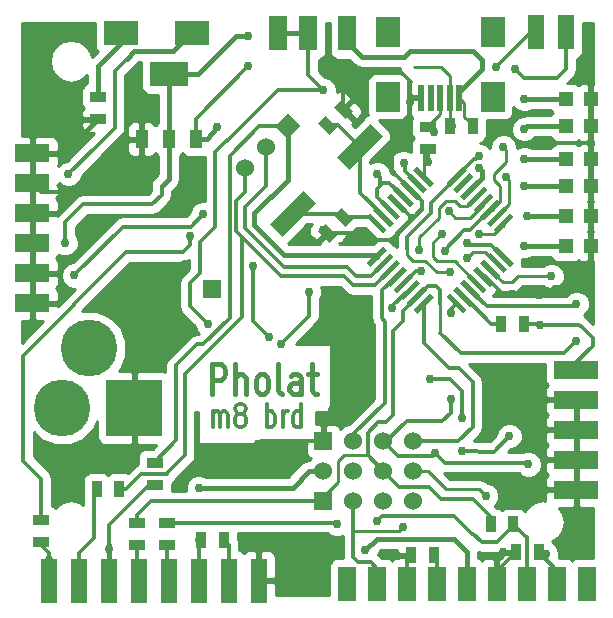
<source format=gtl>
G04 (created by PCBNEW (2013-mar-13)-testing) date nie, 20 paź 2013, 18:38:17*
%MOIN*%
G04 Gerber Fmt 3.4, Leading zero omitted, Abs format*
%FSLAX34Y34*%
G01*
G70*
G90*
G04 APERTURE LIST*
%ADD10C,0.005906*%
%ADD11C,0.014764*%
%ADD12C,0.015748*%
%ADD13R,0.055118X0.118110*%
%ADD14R,0.118110X0.059055*%
%ADD15R,0.059055X0.118110*%
%ADD16R,0.125984X0.078740*%
%ADD17R,0.039370X0.062992*%
%ADD18R,0.047200X0.047200*%
%ADD19C,0.060000*%
%ADD20R,0.150000X0.060000*%
%ADD21R,0.055000X0.035000*%
%ADD22R,0.035000X0.055000*%
%ADD23R,0.060000X0.060000*%
%ADD24R,0.055000X0.150000*%
%ADD25C,0.189000*%
%ADD26R,0.189000X0.189000*%
%ADD27R,0.019700X0.090600*%
%ADD28R,0.078700X0.098400*%
%ADD29R,0.118110X0.078740*%
%ADD30C,0.030000*%
%ADD31C,0.015000*%
%ADD32C,0.012000*%
%ADD33C,0.010000*%
G04 APERTURE END LIST*
G54D10*
G54D11*
X6685Y-13776D02*
X6685Y-13251D01*
X6685Y-13326D02*
X6713Y-13289D01*
X6769Y-13251D01*
X6853Y-13251D01*
X6910Y-13289D01*
X6938Y-13364D01*
X6938Y-13776D01*
X6938Y-13364D02*
X6966Y-13289D01*
X7022Y-13251D01*
X7106Y-13251D01*
X7163Y-13289D01*
X7191Y-13364D01*
X7191Y-13776D01*
X7556Y-13326D02*
X7500Y-13289D01*
X7472Y-13251D01*
X7444Y-13176D01*
X7444Y-13139D01*
X7472Y-13064D01*
X7500Y-13026D01*
X7556Y-12989D01*
X7669Y-12989D01*
X7725Y-13026D01*
X7753Y-13064D01*
X7781Y-13139D01*
X7781Y-13176D01*
X7753Y-13251D01*
X7725Y-13289D01*
X7669Y-13326D01*
X7556Y-13326D01*
X7500Y-13364D01*
X7472Y-13401D01*
X7444Y-13476D01*
X7444Y-13626D01*
X7472Y-13701D01*
X7500Y-13739D01*
X7556Y-13776D01*
X7669Y-13776D01*
X7725Y-13739D01*
X7753Y-13701D01*
X7781Y-13626D01*
X7781Y-13476D01*
X7753Y-13401D01*
X7725Y-13364D01*
X7669Y-13326D01*
X8484Y-13776D02*
X8484Y-12989D01*
X8484Y-13289D02*
X8541Y-13251D01*
X8653Y-13251D01*
X8709Y-13289D01*
X8737Y-13326D01*
X8766Y-13401D01*
X8766Y-13626D01*
X8737Y-13701D01*
X8709Y-13739D01*
X8653Y-13776D01*
X8541Y-13776D01*
X8484Y-13739D01*
X9019Y-13776D02*
X9019Y-13251D01*
X9019Y-13401D02*
X9047Y-13326D01*
X9075Y-13289D01*
X9131Y-13251D01*
X9187Y-13251D01*
X9637Y-13776D02*
X9637Y-12989D01*
X9637Y-13739D02*
X9581Y-13776D01*
X9469Y-13776D01*
X9412Y-13739D01*
X9384Y-13701D01*
X9356Y-13626D01*
X9356Y-13401D01*
X9384Y-13326D01*
X9412Y-13289D01*
X9469Y-13251D01*
X9581Y-13251D01*
X9637Y-13289D01*
G54D12*
X6655Y-12665D02*
X6655Y-11681D01*
X6955Y-11681D01*
X7030Y-11728D01*
X7067Y-11775D01*
X7105Y-11868D01*
X7105Y-12009D01*
X7067Y-12103D01*
X7030Y-12150D01*
X6955Y-12197D01*
X6655Y-12197D01*
X7442Y-12665D02*
X7442Y-11681D01*
X7780Y-12665D02*
X7780Y-12150D01*
X7742Y-12056D01*
X7667Y-12009D01*
X7555Y-12009D01*
X7480Y-12056D01*
X7442Y-12103D01*
X8267Y-12665D02*
X8192Y-12618D01*
X8155Y-12571D01*
X8117Y-12478D01*
X8117Y-12197D01*
X8155Y-12103D01*
X8192Y-12056D01*
X8267Y-12009D01*
X8380Y-12009D01*
X8455Y-12056D01*
X8492Y-12103D01*
X8530Y-12197D01*
X8530Y-12478D01*
X8492Y-12571D01*
X8455Y-12618D01*
X8380Y-12665D01*
X8267Y-12665D01*
X8980Y-12665D02*
X8905Y-12618D01*
X8867Y-12525D01*
X8867Y-11681D01*
X9617Y-12665D02*
X9617Y-12150D01*
X9580Y-12056D01*
X9505Y-12009D01*
X9355Y-12009D01*
X9280Y-12056D01*
X9617Y-12618D02*
X9542Y-12665D01*
X9355Y-12665D01*
X9280Y-12618D01*
X9242Y-12525D01*
X9242Y-12431D01*
X9280Y-12337D01*
X9355Y-12290D01*
X9542Y-12290D01*
X9617Y-12243D01*
X9879Y-12009D02*
X10179Y-12009D01*
X9992Y-11681D02*
X9992Y-12525D01*
X10029Y-12618D01*
X10104Y-12665D01*
X10179Y-12665D01*
G54D13*
X18461Y-620D03*
X17461Y-620D03*
G54D14*
X674Y-4645D03*
X674Y-5645D03*
X674Y-6645D03*
X674Y-7645D03*
X674Y-8645D03*
G54D15*
X19161Y-19020D03*
X18161Y-19020D03*
X17161Y-19020D03*
X16161Y-19020D03*
X15161Y-19020D03*
X14161Y-19020D03*
X13161Y-19020D03*
X12161Y-19020D03*
X11161Y-19020D03*
X8874Y-645D03*
X9874Y-645D03*
X11174Y-645D03*
G54D10*
G36*
X9012Y-7424D02*
X8594Y-7007D01*
X9708Y-5893D01*
X10126Y-6311D01*
X9012Y-7424D01*
X9012Y-7424D01*
G37*
G36*
X11239Y-5197D02*
X10822Y-4780D01*
X11935Y-3666D01*
X12353Y-4084D01*
X11239Y-5197D01*
X11239Y-5197D01*
G37*
G54D16*
X5224Y-2011D03*
G54D17*
X5224Y-4176D03*
X6129Y-4176D03*
X4318Y-4176D03*
G54D10*
G36*
X10968Y-2862D02*
X11357Y-3251D01*
X11109Y-3498D01*
X10720Y-3109D01*
X10968Y-2862D01*
X10968Y-2862D01*
G37*
G36*
X10438Y-3392D02*
X10827Y-3781D01*
X10579Y-4029D01*
X10190Y-3640D01*
X10438Y-3392D01*
X10438Y-3392D01*
G37*
G36*
X10579Y-7629D02*
X10190Y-7240D01*
X10438Y-6992D01*
X10827Y-7381D01*
X10579Y-7629D01*
X10579Y-7629D01*
G37*
G36*
X11109Y-7098D02*
X10720Y-6709D01*
X10968Y-6462D01*
X11357Y-6851D01*
X11109Y-7098D01*
X11109Y-7098D01*
G37*
G54D18*
X18461Y-6745D03*
X19287Y-6745D03*
X18461Y-5745D03*
X19287Y-5745D03*
X18461Y-4845D03*
X19287Y-4845D03*
X18461Y-3745D03*
X19287Y-3745D03*
X18461Y-2845D03*
X19287Y-2845D03*
X18461Y-7745D03*
X19287Y-7745D03*
G54D10*
G36*
X11819Y-6762D02*
X11944Y-6637D01*
X12501Y-7193D01*
X12376Y-7318D01*
X11819Y-6762D01*
X11819Y-6762D01*
G37*
G36*
X12042Y-6539D02*
X12167Y-6414D01*
X12724Y-6970D01*
X12598Y-7095D01*
X12042Y-6539D01*
X12042Y-6539D01*
G37*
G36*
X12265Y-6316D02*
X12390Y-6191D01*
X12946Y-6748D01*
X12821Y-6873D01*
X12265Y-6316D01*
X12265Y-6316D01*
G37*
G36*
X12487Y-6093D02*
X12613Y-5968D01*
X13169Y-6525D01*
X13044Y-6650D01*
X12487Y-6093D01*
X12487Y-6093D01*
G37*
G36*
X12710Y-5871D02*
X12835Y-5746D01*
X13392Y-6302D01*
X13267Y-6427D01*
X12710Y-5871D01*
X12710Y-5871D01*
G37*
G36*
X12933Y-5648D02*
X13058Y-5523D01*
X13614Y-6079D01*
X13489Y-6204D01*
X12933Y-5648D01*
X12933Y-5648D01*
G37*
G36*
X13156Y-5425D02*
X13281Y-5300D01*
X13837Y-5857D01*
X13712Y-5982D01*
X13156Y-5425D01*
X13156Y-5425D01*
G37*
G36*
X13378Y-5203D02*
X13503Y-5077D01*
X14060Y-5634D01*
X13935Y-5759D01*
X13378Y-5203D01*
X13378Y-5203D01*
G37*
G36*
X16040Y-7867D02*
X16165Y-7742D01*
X16722Y-8298D01*
X16596Y-8423D01*
X16040Y-7867D01*
X16040Y-7867D01*
G37*
G36*
X14477Y-9430D02*
X14602Y-9304D01*
X15159Y-9861D01*
X15034Y-9986D01*
X14477Y-9430D01*
X14477Y-9430D01*
G37*
G36*
X14703Y-9203D02*
X14829Y-9078D01*
X15385Y-9635D01*
X15260Y-9760D01*
X14703Y-9203D01*
X14703Y-9203D01*
G37*
G36*
X14930Y-8977D02*
X15055Y-8852D01*
X15611Y-9408D01*
X15486Y-9534D01*
X14930Y-8977D01*
X14930Y-8977D01*
G37*
G36*
X15149Y-8758D02*
X15274Y-8633D01*
X15831Y-9189D01*
X15705Y-9314D01*
X15149Y-8758D01*
X15149Y-8758D01*
G37*
G36*
X15375Y-8532D02*
X15500Y-8406D01*
X16057Y-8963D01*
X15932Y-9088D01*
X15375Y-8532D01*
X15375Y-8532D01*
G37*
G36*
X15594Y-8312D02*
X15720Y-8187D01*
X16276Y-8744D01*
X16151Y-8869D01*
X15594Y-8312D01*
X15594Y-8312D01*
G37*
G36*
X15821Y-8086D02*
X15946Y-7961D01*
X16502Y-8517D01*
X16377Y-8643D01*
X15821Y-8086D01*
X15821Y-8086D01*
G37*
G36*
X14490Y-5631D02*
X15046Y-5075D01*
X15172Y-5200D01*
X14615Y-5756D01*
X14490Y-5631D01*
X14490Y-5631D01*
G37*
G36*
X14712Y-5853D02*
X15268Y-5297D01*
X15394Y-5422D01*
X14837Y-5978D01*
X14712Y-5853D01*
X14712Y-5853D01*
G37*
G36*
X14935Y-6077D02*
X15492Y-5520D01*
X15617Y-5645D01*
X15061Y-6202D01*
X14935Y-6077D01*
X14935Y-6077D01*
G37*
G36*
X15157Y-6299D02*
X15714Y-5742D01*
X15839Y-5867D01*
X15283Y-6424D01*
X15157Y-6299D01*
X15157Y-6299D01*
G37*
G36*
X15381Y-6522D02*
X15937Y-5965D01*
X16062Y-6091D01*
X15506Y-6647D01*
X15381Y-6522D01*
X15381Y-6522D01*
G37*
G36*
X15603Y-6744D02*
X16159Y-6188D01*
X16285Y-6313D01*
X15728Y-6869D01*
X15603Y-6744D01*
X15603Y-6744D01*
G37*
G36*
X15826Y-6967D02*
X16383Y-6411D01*
X16508Y-6536D01*
X15951Y-7093D01*
X15826Y-6967D01*
X15826Y-6967D01*
G37*
G36*
X16048Y-7189D02*
X16605Y-6633D01*
X16730Y-6758D01*
X16174Y-7315D01*
X16048Y-7189D01*
X16048Y-7189D01*
G37*
G36*
X11818Y-8305D02*
X12375Y-7749D01*
X12500Y-7874D01*
X11944Y-8430D01*
X11818Y-8305D01*
X11818Y-8305D01*
G37*
G36*
X12038Y-8525D02*
X12594Y-7968D01*
X12719Y-8093D01*
X12163Y-8650D01*
X12038Y-8525D01*
X12038Y-8525D01*
G37*
G36*
X12264Y-8751D02*
X12820Y-8194D01*
X12946Y-8319D01*
X12389Y-8876D01*
X12264Y-8751D01*
X12264Y-8751D01*
G37*
G36*
X12483Y-8970D02*
X13040Y-8413D01*
X13165Y-8539D01*
X12608Y-9095D01*
X12483Y-8970D01*
X12483Y-8970D01*
G37*
G36*
X12702Y-9189D02*
X13259Y-8633D01*
X13384Y-8758D01*
X12827Y-9314D01*
X12702Y-9189D01*
X12702Y-9189D01*
G37*
G36*
X12929Y-9415D02*
X13485Y-8859D01*
X13610Y-8984D01*
X13054Y-9541D01*
X12929Y-9415D01*
X12929Y-9415D01*
G37*
G36*
X13155Y-9642D02*
X13711Y-9085D01*
X13837Y-9210D01*
X13280Y-9767D01*
X13155Y-9642D01*
X13155Y-9642D01*
G37*
G36*
X13381Y-9868D02*
X13938Y-9312D01*
X14063Y-9437D01*
X13506Y-9993D01*
X13381Y-9868D01*
X13381Y-9868D01*
G37*
G36*
X9181Y-3314D02*
X9605Y-3738D01*
X9181Y-4162D01*
X8756Y-3738D01*
X9181Y-3314D01*
X9181Y-3314D01*
G37*
G54D19*
X8474Y-4445D03*
X7766Y-5152D03*
G54D20*
X18811Y-11870D03*
X18811Y-15870D03*
X18811Y-13870D03*
X18811Y-14870D03*
X18811Y-12870D03*
G54D21*
X2874Y-2770D03*
X2874Y-3520D03*
X5174Y-16970D03*
X5174Y-17720D03*
X4174Y-16970D03*
X4174Y-17720D03*
X4749Y-14970D03*
X4749Y-15720D03*
G54D22*
X3574Y-15845D03*
X2824Y-15845D03*
G54D21*
X974Y-16870D03*
X974Y-17620D03*
G54D22*
X7049Y-17545D03*
X6299Y-17545D03*
G54D21*
X13874Y-4520D03*
X13874Y-3770D03*
G54D22*
X14599Y-3745D03*
X15349Y-3745D03*
G54D23*
X10374Y-14245D03*
G54D19*
X10374Y-15245D03*
X11374Y-14245D03*
X11374Y-15245D03*
X12374Y-14245D03*
X12374Y-15245D03*
X13374Y-14245D03*
X13374Y-15245D03*
G54D22*
X17049Y-10345D03*
X16299Y-10345D03*
G54D24*
X1224Y-18897D03*
X2224Y-18897D03*
X3224Y-18897D03*
X4224Y-18897D03*
X5224Y-18897D03*
X6224Y-18897D03*
X7224Y-18897D03*
X8224Y-18897D03*
G54D25*
X1674Y-13145D03*
G54D26*
X4074Y-13145D03*
G54D25*
X2574Y-11145D03*
G54D23*
X6649Y-9170D03*
X10374Y-16245D03*
G54D19*
X11374Y-16245D03*
X12374Y-16245D03*
X13374Y-16245D03*
G54D14*
X674Y-9645D03*
G54D27*
X14904Y-2803D03*
X14589Y-2803D03*
X14274Y-2803D03*
X13959Y-2803D03*
X13644Y-2803D03*
G54D28*
X16026Y-2764D03*
X16026Y-599D03*
X12522Y-2764D03*
X12522Y-599D03*
G54D22*
X16799Y-17945D03*
X17549Y-17945D03*
X13299Y-18045D03*
X14049Y-18045D03*
X15949Y-17020D03*
X16699Y-17020D03*
G54D29*
X3642Y-645D03*
X6005Y-645D03*
G54D30*
X11774Y-17870D03*
X6224Y-15795D03*
X6224Y-17545D03*
X1774Y-7645D03*
X7874Y-745D03*
X15174Y-18670D03*
X7874Y-1745D03*
X6814Y-3765D03*
X14324Y-7345D03*
X13624Y-8570D03*
X15174Y-8145D03*
X15174Y-7645D03*
X15574Y-7345D03*
X16474Y-5445D03*
X9899Y-9270D03*
X8974Y-10995D03*
X14424Y-7895D03*
X16374Y-4445D03*
X8024Y-8420D03*
X8549Y-10770D03*
X14549Y-6570D03*
X16141Y-1778D03*
X13874Y-4945D03*
X15574Y-5145D03*
X15799Y-16070D03*
X14599Y-8620D03*
X15574Y-4745D03*
X16774Y-1845D03*
X13024Y-17120D03*
X18811Y-10920D03*
X5924Y-7420D03*
X13049Y-4970D03*
X1874Y-5345D03*
X13574Y-7870D03*
X17211Y-15020D03*
X10824Y-16995D03*
X14624Y-12845D03*
X14624Y-9970D03*
X14099Y-14645D03*
X12674Y-9820D03*
X10661Y-13220D03*
X17261Y-16070D03*
X5799Y-8345D03*
X10349Y-7195D03*
X8199Y-14345D03*
X17561Y-9370D03*
X8224Y-18897D03*
X16374Y-17945D03*
X13174Y-19145D03*
X16149Y-19120D03*
X16674Y-9345D03*
X2074Y-5945D03*
X4474Y-3445D03*
X13274Y-2945D03*
X17074Y-3845D03*
X17074Y-2845D03*
X17074Y-7745D03*
X5199Y-18395D03*
X17074Y-4845D03*
X17174Y-6745D03*
X17074Y-5745D03*
X18811Y-9670D03*
X17974Y-8745D03*
X17799Y-18020D03*
X14674Y-3745D03*
X14074Y-3945D03*
X4199Y-18470D03*
X1224Y-18220D03*
X2249Y-18445D03*
X3224Y-17846D03*
X12174Y-16920D03*
X14174Y-18720D03*
X6374Y-6670D03*
X2074Y-8720D03*
X17611Y-10370D03*
X6524Y-10345D03*
X13924Y-12170D03*
X14999Y-14570D03*
X14999Y-13470D03*
X16574Y-14079D03*
X12174Y-5345D03*
X10374Y-2545D03*
G54D31*
X5224Y-2011D02*
X6208Y-2011D01*
X7474Y-745D02*
X7874Y-745D01*
X6208Y-2011D02*
X7474Y-745D01*
X15174Y-19145D02*
X15174Y-17945D01*
X12149Y-17495D02*
X11774Y-17870D01*
X14724Y-17495D02*
X12149Y-17495D01*
X15174Y-17945D02*
X14724Y-17495D01*
X11774Y-17870D02*
X11799Y-17845D01*
X11799Y-17845D02*
X11799Y-17845D01*
X11799Y-17845D02*
X11799Y-17845D01*
X10374Y-15245D02*
X9899Y-15245D01*
X9899Y-15245D02*
X9349Y-15795D01*
X9349Y-15795D02*
X6224Y-15795D01*
X6224Y-17545D02*
X6299Y-17545D01*
G54D32*
X6224Y-18897D02*
X6224Y-17620D01*
X6224Y-17620D02*
X6299Y-17545D01*
X4983Y-5745D02*
X4983Y-6036D01*
X4983Y-6036D02*
X4674Y-6345D01*
X4674Y-6345D02*
X2374Y-6345D01*
X2374Y-6345D02*
X1774Y-6945D01*
X1774Y-6945D02*
X1774Y-7645D01*
G54D31*
X5224Y-4176D02*
X5224Y-5504D01*
X5224Y-5504D02*
X4983Y-5745D01*
X5224Y-4176D02*
X5224Y-2011D01*
G54D32*
X6129Y-4176D02*
X6129Y-3490D01*
X6129Y-3490D02*
X7874Y-1745D01*
G54D31*
X6129Y-4176D02*
X6505Y-4176D01*
X6505Y-4176D02*
X6814Y-3765D01*
G54D33*
X14749Y-8245D02*
X14149Y-8245D01*
X14024Y-8120D02*
X14024Y-7645D01*
X14149Y-8245D02*
X14024Y-8120D01*
X14274Y-7395D02*
X14224Y-7395D01*
G54D32*
X14274Y-7395D02*
X14324Y-7345D01*
G54D33*
X14224Y-7395D02*
X14024Y-7645D01*
X15490Y-8974D02*
X15477Y-8974D01*
X15477Y-8974D02*
X14749Y-8245D01*
G54D32*
X15044Y-9419D02*
X15047Y-9419D01*
X15974Y-10345D02*
X16299Y-10345D01*
X15047Y-9419D02*
X15974Y-10345D01*
X11374Y-14245D02*
X11374Y-14020D01*
X12324Y-9220D02*
X12824Y-8754D01*
X12424Y-12970D02*
X12424Y-10270D01*
X12424Y-10270D02*
X12324Y-10145D01*
X12324Y-10145D02*
X12324Y-9220D01*
X11374Y-14020D02*
X12424Y-12970D01*
X13070Y-8974D02*
X13043Y-8974D01*
X13624Y-8570D02*
X13474Y-8570D01*
X13424Y-8620D02*
X13070Y-8974D01*
X13474Y-8570D02*
X13424Y-8620D01*
G54D33*
X16161Y-8302D02*
X16130Y-8302D01*
X15374Y-7945D02*
X15174Y-8145D01*
X15774Y-7945D02*
X15374Y-7945D01*
X16130Y-8302D02*
X15774Y-7945D01*
G54D32*
X16381Y-8083D02*
X16324Y-8083D01*
X15248Y-7720D02*
X15174Y-7645D01*
X15961Y-7720D02*
X15248Y-7720D01*
X16324Y-8083D02*
X15961Y-7720D01*
G54D33*
X16389Y-6974D02*
X16389Y-7030D01*
X16074Y-7345D02*
X15574Y-7345D01*
X16389Y-7030D02*
X16074Y-7345D01*
X16167Y-6752D02*
X16167Y-6752D01*
X16574Y-5545D02*
X16474Y-5445D01*
X16574Y-6345D02*
X16574Y-5545D01*
X16167Y-6752D02*
X16574Y-6345D01*
G54D32*
X9899Y-10070D02*
X9899Y-9270D01*
X8974Y-10995D02*
X9899Y-10070D01*
X15940Y-6528D02*
X15944Y-6528D01*
X14424Y-7895D02*
X14449Y-7870D01*
X14449Y-7870D02*
X14424Y-7870D01*
X14424Y-7870D02*
X15074Y-7220D01*
X15074Y-7220D02*
X15249Y-7220D01*
X15249Y-7220D02*
X15940Y-6528D01*
G54D33*
X16474Y-4545D02*
X16374Y-4445D01*
X15944Y-6528D02*
X15990Y-6528D01*
X16474Y-4945D02*
X16474Y-4545D01*
X16074Y-5345D02*
X16474Y-4945D01*
X16074Y-5545D02*
X16074Y-5345D01*
X16274Y-5745D02*
X16074Y-5545D01*
X16274Y-6245D02*
X16274Y-5745D01*
X15990Y-6528D02*
X16274Y-6245D01*
X15722Y-6306D02*
X15722Y-6322D01*
X14774Y-6795D02*
X14549Y-6570D01*
X15249Y-6795D02*
X14774Y-6795D01*
X15722Y-6322D02*
X15249Y-6795D01*
G54D32*
X8024Y-10245D02*
X8024Y-8420D01*
X8549Y-10770D02*
X8024Y-10245D01*
X7249Y-5020D02*
X7249Y-4732D01*
X7249Y-4732D02*
X8243Y-3738D01*
X7249Y-6320D02*
X7249Y-5020D01*
X4749Y-14970D02*
X4749Y-14932D01*
X6361Y-11020D02*
X7249Y-10132D01*
X6161Y-11020D02*
X6361Y-11020D01*
X5461Y-11720D02*
X6161Y-11020D01*
X5461Y-14220D02*
X5461Y-11720D01*
X4749Y-14932D02*
X5461Y-14220D01*
X8243Y-3738D02*
X9181Y-3738D01*
X7249Y-10132D02*
X7249Y-6320D01*
G54D31*
X12115Y-8045D02*
X12159Y-8090D01*
X9181Y-3738D02*
X9181Y-5538D01*
X9181Y-5538D02*
X8074Y-6645D01*
X8074Y-6645D02*
X8074Y-7045D01*
X8074Y-7045D02*
X9074Y-8045D01*
X9074Y-8045D02*
X12115Y-8045D01*
G54D32*
X17461Y-620D02*
X17299Y-620D01*
X17299Y-620D02*
X16141Y-1778D01*
X13874Y-4945D02*
X13874Y-4520D01*
G54D33*
X13719Y-5418D02*
X13719Y-4675D01*
X13719Y-4675D02*
X13874Y-4520D01*
G54D31*
X15674Y-5464D02*
X15276Y-5861D01*
X15674Y-5245D02*
X15674Y-5464D01*
X15574Y-5145D02*
X15674Y-5245D01*
G54D33*
X13774Y-8245D02*
X13374Y-8245D01*
X13174Y-8045D02*
X13174Y-7845D01*
X13374Y-8245D02*
X13174Y-8045D01*
X14599Y-8620D02*
X14149Y-8620D01*
X14149Y-8620D02*
X13774Y-8245D01*
G54D32*
X13174Y-7445D02*
X13174Y-7845D01*
X13974Y-6645D02*
X13174Y-7445D01*
X13974Y-6295D02*
X13974Y-6645D01*
X14831Y-5438D02*
X13974Y-6295D01*
X14831Y-5415D02*
X14831Y-5438D01*
G54D33*
X15574Y-15845D02*
X15799Y-16070D01*
X14449Y-15845D02*
X15574Y-15845D01*
X13849Y-15245D02*
X14449Y-15845D01*
X13374Y-15245D02*
X13849Y-15245D01*
G54D32*
X18474Y-545D02*
X18474Y-1845D01*
X15401Y-4845D02*
X14831Y-5415D01*
X15474Y-4845D02*
X15401Y-4845D01*
X15574Y-4745D02*
X15474Y-4845D01*
X17074Y-2145D02*
X16774Y-1845D01*
X18174Y-2145D02*
X17074Y-2145D01*
X18474Y-1845D02*
X18174Y-2145D01*
G54D33*
X13024Y-17120D02*
X12899Y-17245D01*
X12899Y-17245D02*
X11374Y-17245D01*
G54D32*
X14599Y-11820D02*
X14574Y-11820D01*
X13722Y-10969D02*
X13722Y-9652D01*
X14574Y-11820D02*
X13722Y-10969D01*
X15349Y-12370D02*
X15349Y-12270D01*
X15349Y-12270D02*
X14899Y-11820D01*
X15349Y-12370D02*
X15349Y-13770D01*
X14599Y-11820D02*
X14899Y-11820D01*
X15349Y-13770D02*
X14874Y-14245D01*
X14874Y-14245D02*
X13374Y-14245D01*
X12174Y-19145D02*
X12174Y-18495D01*
X11374Y-18120D02*
X11374Y-17245D01*
X11374Y-17245D02*
X11374Y-16245D01*
X11524Y-18270D02*
X11374Y-18120D01*
X11949Y-18270D02*
X11524Y-18270D01*
X12174Y-18495D02*
X11949Y-18270D01*
X17611Y-11320D02*
X14961Y-11320D01*
X14961Y-11320D02*
X14274Y-10633D01*
X18411Y-11320D02*
X17611Y-11320D01*
X18811Y-10920D02*
X18411Y-11320D01*
G54D33*
X14274Y-10633D02*
X14274Y-9670D01*
X10374Y-16245D02*
X10374Y-16095D01*
X11074Y-14720D02*
X11849Y-14720D01*
X10874Y-14920D02*
X11074Y-14720D01*
X10874Y-15595D02*
X10874Y-14920D01*
X10374Y-16095D02*
X10874Y-15595D01*
G54D32*
X13496Y-9426D02*
X13493Y-9426D01*
X13493Y-9426D02*
X13024Y-9895D01*
X13024Y-9895D02*
X13024Y-10245D01*
X13024Y-10245D02*
X12699Y-10570D01*
X12699Y-10570D02*
X12699Y-13370D01*
X12699Y-13370D02*
X12449Y-13620D01*
X12449Y-13620D02*
X12199Y-13620D01*
X12199Y-13620D02*
X11849Y-13970D01*
X11849Y-13970D02*
X11849Y-14720D01*
X11849Y-14720D02*
X12374Y-15245D01*
X15949Y-17020D02*
X15949Y-16770D01*
X12899Y-15770D02*
X12374Y-15245D01*
X13899Y-15770D02*
X12899Y-15770D01*
X14299Y-16170D02*
X13899Y-15770D01*
X15349Y-16170D02*
X14299Y-16170D01*
X15949Y-16770D02*
X15349Y-16170D01*
X13852Y-9070D02*
X13496Y-9426D01*
X14124Y-9070D02*
X13852Y-9070D01*
X14274Y-9220D02*
X14124Y-9070D01*
X14274Y-9670D02*
X14274Y-9220D01*
X4174Y-16695D02*
X4174Y-16970D01*
X10374Y-16245D02*
X4624Y-16245D01*
X4624Y-16245D02*
X4174Y-16695D01*
X5692Y-7927D02*
X5924Y-7695D01*
X5924Y-7695D02*
X5924Y-7420D01*
X5649Y-7927D02*
X5692Y-7927D01*
X974Y-16870D02*
X974Y-15495D01*
X13099Y-5243D02*
X13496Y-5641D01*
X13049Y-4970D02*
X13099Y-5020D01*
X13099Y-5020D02*
X13099Y-5243D01*
X5624Y-7945D02*
X5649Y-7927D01*
X3799Y-7945D02*
X5624Y-7945D01*
X2074Y-9670D02*
X3799Y-7945D01*
X2074Y-9695D02*
X2074Y-9670D01*
X374Y-11395D02*
X2074Y-9695D01*
X374Y-14895D02*
X374Y-11395D01*
X974Y-15495D02*
X374Y-14895D01*
G54D31*
X5774Y-845D02*
X5374Y-1245D01*
G54D32*
X2824Y-4395D02*
X3424Y-3795D01*
X3424Y-3795D02*
X3424Y-1895D01*
X3424Y-1895D02*
X3824Y-1495D01*
X1874Y-5345D02*
X2824Y-4395D01*
G54D31*
X4074Y-1245D02*
X3824Y-1495D01*
X5374Y-1245D02*
X4074Y-1245D01*
G54D33*
X13574Y-7870D02*
X13574Y-7445D01*
X14224Y-6795D02*
X14224Y-6770D01*
X13574Y-7445D02*
X14224Y-6795D01*
X15161Y-6420D02*
X15498Y-6083D01*
X14224Y-6770D02*
X14224Y-6470D01*
X14224Y-6470D02*
X14449Y-6245D01*
X14449Y-6245D02*
X14749Y-6245D01*
X14749Y-6245D02*
X14924Y-6420D01*
X14924Y-6420D02*
X15161Y-6420D01*
G54D32*
X5161Y-15345D02*
X5161Y-15320D01*
X5761Y-12020D02*
X7674Y-10107D01*
X5761Y-14720D02*
X5761Y-12020D01*
X5161Y-15320D02*
X5761Y-14720D01*
X3574Y-15845D02*
X3799Y-15845D01*
X7766Y-5152D02*
X7766Y-5952D01*
X12095Y-9045D02*
X12605Y-8535D01*
X11374Y-9045D02*
X12095Y-9045D01*
X11074Y-8745D02*
X11374Y-9045D01*
X8974Y-8745D02*
X11074Y-8745D01*
X7474Y-7245D02*
X8974Y-8745D01*
X7474Y-6245D02*
X7474Y-7245D01*
X7766Y-5952D02*
X7474Y-6245D01*
X7674Y-7445D02*
X7474Y-7245D01*
X7674Y-10107D02*
X7674Y-7445D01*
X4299Y-15345D02*
X5161Y-15345D01*
X3799Y-15845D02*
X4299Y-15345D01*
X17211Y-14970D02*
X14423Y-14970D01*
X14423Y-14970D02*
X14099Y-14645D01*
X17211Y-15020D02*
X17211Y-14970D01*
X5174Y-16970D02*
X10799Y-16970D01*
X10799Y-16970D02*
X10824Y-16995D01*
X12374Y-14245D02*
X12474Y-14245D01*
X12474Y-14245D02*
X13149Y-13570D01*
X13149Y-13570D02*
X14324Y-13570D01*
X14324Y-13570D02*
X14624Y-13295D01*
X14624Y-13295D02*
X14624Y-12845D01*
X14624Y-9970D02*
X14568Y-9915D01*
X14568Y-9915D02*
X14818Y-9645D01*
X12874Y-14745D02*
X12374Y-14245D01*
G54D33*
X14024Y-14720D02*
X14024Y-14745D01*
X14099Y-14645D02*
X14024Y-14720D01*
G54D32*
X14024Y-14745D02*
X12874Y-14745D01*
G54D33*
X12699Y-9795D02*
X12699Y-9720D01*
X12674Y-9820D02*
X12699Y-9795D01*
G54D32*
X13269Y-9200D02*
X13219Y-9200D01*
X13219Y-9200D02*
X12699Y-9720D01*
X4861Y-9261D02*
X4883Y-9261D01*
X4883Y-9261D02*
X5799Y-8345D01*
X4074Y-10320D02*
X4074Y-10048D01*
X4074Y-10048D02*
X4861Y-9261D01*
X10374Y-14245D02*
X10374Y-13507D01*
X10374Y-13507D02*
X10661Y-13220D01*
X18811Y-13870D02*
X18811Y-12870D01*
X18811Y-14870D02*
X18811Y-13870D01*
X18811Y-14870D02*
X18811Y-15870D01*
X17561Y-9370D02*
X17811Y-9370D01*
X18399Y-9120D02*
X19287Y-8232D01*
X18061Y-9120D02*
X18399Y-9120D01*
X17811Y-9370D02*
X18061Y-9120D01*
X17561Y-9370D02*
X16698Y-9370D01*
X16698Y-9370D02*
X16674Y-9345D01*
X17461Y-15870D02*
X18811Y-15870D01*
X17261Y-16070D02*
X17461Y-15870D01*
X18811Y-15870D02*
X18811Y-12870D01*
G54D31*
X674Y-4645D02*
X1749Y-4645D01*
X1749Y-4645D02*
X2874Y-3520D01*
G54D32*
X4074Y-13145D02*
X4074Y-10320D01*
X10349Y-7195D02*
X10464Y-7310D01*
X10464Y-7310D02*
X10508Y-7310D01*
X10374Y-14245D02*
X8299Y-14245D01*
X8299Y-14245D02*
X8199Y-14345D01*
X16799Y-17945D02*
X16374Y-17945D01*
X13299Y-18045D02*
X13174Y-18170D01*
X13174Y-19145D02*
X13174Y-18170D01*
X16149Y-19120D02*
X16174Y-19145D01*
X2074Y-5945D02*
X974Y-5945D01*
X974Y-5945D02*
X674Y-5645D01*
X19287Y-8232D02*
X19287Y-7745D01*
X15776Y-8747D02*
X16374Y-9345D01*
X16374Y-9345D02*
X16674Y-9345D01*
X15716Y-8747D02*
X15776Y-8747D01*
X10508Y-7310D02*
X11739Y-7310D01*
X11739Y-7310D02*
X11974Y-7545D01*
X11974Y-7545D02*
X12674Y-7545D01*
X12674Y-7545D02*
X13474Y-6745D01*
X13274Y-5864D02*
X13292Y-5864D01*
X13264Y-6745D02*
X12828Y-6309D01*
X13474Y-6745D02*
X13264Y-6745D01*
X13674Y-6545D02*
X13474Y-6745D01*
X13674Y-6245D02*
X13674Y-6545D01*
X13292Y-5864D02*
X13674Y-6245D01*
G54D31*
X674Y-8645D02*
X674Y-9645D01*
X674Y-7645D02*
X674Y-8645D01*
X674Y-6645D02*
X674Y-7645D01*
X674Y-5645D02*
X674Y-6645D01*
X674Y-4645D02*
X674Y-5645D01*
X2274Y-5745D02*
X3565Y-5745D01*
X2074Y-5945D02*
X2274Y-5745D01*
X3565Y-5745D02*
X3574Y-5745D01*
X3574Y-5745D02*
X4318Y-5001D01*
X4318Y-5001D02*
X4318Y-4176D01*
X4318Y-4176D02*
X4318Y-3601D01*
X4318Y-3601D02*
X4474Y-3445D01*
G54D32*
X16174Y-19145D02*
X16174Y-18570D01*
X16174Y-18570D02*
X16799Y-17945D01*
X11039Y-3180D02*
X11039Y-2680D01*
X13274Y-2245D02*
X13274Y-2945D01*
X12874Y-1845D02*
X13274Y-2245D01*
X11874Y-1845D02*
X12874Y-1845D01*
X11039Y-2680D02*
X11874Y-1845D01*
X13274Y-5864D02*
X13274Y-5845D01*
X13274Y-3845D02*
X13274Y-2945D01*
X12674Y-4445D02*
X13274Y-3845D01*
X12674Y-5245D02*
X12674Y-4445D01*
X13274Y-5845D02*
X12674Y-5245D01*
G54D31*
X19287Y-6745D02*
X19287Y-7745D01*
X19287Y-5745D02*
X19287Y-6745D01*
X19287Y-4845D02*
X19287Y-5745D01*
X19287Y-3745D02*
X19287Y-4845D01*
X19287Y-2845D02*
X19287Y-3745D01*
G54D32*
X13644Y-2803D02*
X13316Y-2803D01*
X13274Y-2845D02*
X13274Y-2945D01*
X13316Y-2803D02*
X13274Y-2845D01*
X7224Y-18897D02*
X7224Y-17721D01*
X7224Y-17721D02*
X7049Y-17545D01*
G54D31*
X18461Y-3745D02*
X17174Y-3745D01*
X17174Y-3745D02*
X17074Y-3845D01*
X18461Y-2845D02*
X17074Y-2845D01*
X2874Y-2770D02*
X2874Y-1745D01*
X2874Y-1745D02*
X3774Y-845D01*
X18461Y-7745D02*
X17074Y-7745D01*
X14824Y-1245D02*
X13274Y-1245D01*
X13274Y-1245D02*
X13174Y-1345D01*
X11174Y-645D02*
X11174Y-945D01*
X14904Y-2615D02*
X14904Y-2803D01*
X15674Y-1845D02*
X14904Y-2615D01*
X15674Y-1545D02*
X15674Y-1845D01*
X15374Y-1245D02*
X15674Y-1545D01*
X14824Y-1245D02*
X15374Y-1245D01*
X13074Y-1445D02*
X13174Y-1345D01*
X11674Y-1445D02*
X13074Y-1445D01*
X11174Y-945D02*
X11674Y-1445D01*
G54D33*
X15349Y-3745D02*
X15349Y-3720D01*
X15074Y-2973D02*
X14904Y-2803D01*
X15074Y-3445D02*
X15074Y-2973D01*
X15349Y-3720D02*
X15074Y-3445D01*
G54D32*
X5174Y-17720D02*
X5174Y-18847D01*
X5174Y-18847D02*
X5224Y-18897D01*
X5224Y-18421D02*
X5224Y-18897D01*
X5199Y-18395D02*
X5224Y-18421D01*
G54D31*
X18461Y-4845D02*
X17074Y-4845D01*
G54D32*
X12378Y-8309D02*
X12378Y-8340D01*
X8474Y-5745D02*
X8474Y-4445D01*
X7774Y-6445D02*
X8474Y-5745D01*
X7774Y-7145D02*
X7774Y-6445D01*
X9074Y-8445D02*
X7774Y-7145D01*
X11174Y-8445D02*
X9074Y-8445D01*
X11474Y-8745D02*
X11174Y-8445D01*
X11974Y-8745D02*
X11474Y-8745D01*
X12378Y-8340D02*
X11974Y-8745D01*
G54D31*
X18461Y-6745D02*
X17174Y-6745D01*
X18461Y-5745D02*
X17074Y-5745D01*
G54D32*
X15823Y-9745D02*
X18736Y-9745D01*
X18736Y-9745D02*
X18811Y-9670D01*
X15823Y-9745D02*
X15271Y-9193D01*
G54D33*
X16352Y-8945D02*
X15935Y-8528D01*
X16674Y-8945D02*
X16352Y-8945D01*
X16874Y-8745D02*
X16674Y-8945D01*
X17974Y-8745D02*
X16874Y-8745D01*
G54D32*
X11039Y-6780D02*
X11963Y-6780D01*
X11963Y-6780D02*
X12160Y-6977D01*
X9360Y-6659D02*
X10917Y-6659D01*
X10917Y-6659D02*
X11039Y-6780D01*
X12383Y-6755D02*
X12383Y-6754D01*
X11587Y-5959D02*
X11587Y-4432D01*
X12383Y-6754D02*
X11587Y-5959D01*
X10508Y-3710D02*
X10866Y-3710D01*
X10866Y-3710D02*
X11587Y-4432D01*
X17549Y-17945D02*
X17724Y-17945D01*
X17724Y-17945D02*
X17799Y-18020D01*
X18174Y-19145D02*
X18174Y-18570D01*
X18174Y-18570D02*
X17549Y-17945D01*
G54D33*
X14589Y-2803D02*
X14589Y-2060D01*
X14309Y-1780D02*
X13408Y-1780D01*
X14589Y-2060D02*
X14309Y-1780D01*
X14674Y-3745D02*
X14599Y-3745D01*
X14599Y-3745D02*
X14599Y-2813D01*
X14599Y-2813D02*
X14589Y-2803D01*
G54D32*
X13874Y-3770D02*
X13899Y-3770D01*
X13899Y-3770D02*
X14074Y-3945D01*
G54D33*
X13874Y-3770D02*
X13874Y-3745D01*
X14274Y-3345D02*
X14274Y-2803D01*
X13874Y-3745D02*
X14274Y-3345D01*
G54D32*
X4174Y-17720D02*
X4174Y-18847D01*
X4174Y-18847D02*
X4224Y-18897D01*
X4224Y-18496D02*
X4224Y-18897D01*
X4199Y-18470D02*
X4224Y-18496D01*
X974Y-17620D02*
X974Y-17720D01*
X1224Y-17971D02*
X1224Y-18897D01*
X974Y-17720D02*
X1224Y-17971D01*
X1224Y-18221D02*
X1224Y-18897D01*
X1224Y-18220D02*
X1224Y-18221D01*
X2224Y-18897D02*
X2224Y-17970D01*
X2224Y-17970D02*
X2724Y-17470D01*
X2224Y-18470D02*
X2224Y-18897D01*
X2249Y-18445D02*
X2224Y-18470D01*
X2724Y-15945D02*
X2824Y-15845D01*
X2724Y-17470D02*
X2724Y-15945D01*
X3224Y-17845D02*
X3224Y-17846D01*
X3224Y-18897D02*
X3224Y-17845D01*
X3224Y-17845D02*
X3224Y-17045D01*
X4549Y-15720D02*
X4749Y-15720D01*
X3224Y-17045D02*
X4549Y-15720D01*
X3274Y-17720D02*
X3274Y-18848D01*
X3274Y-18848D02*
X3224Y-18897D01*
G54D31*
X12124Y-16920D02*
X12174Y-16920D01*
G54D32*
X15374Y-17345D02*
X15324Y-17345D01*
X16699Y-17070D02*
X16149Y-17620D01*
X16149Y-17620D02*
X15649Y-17620D01*
X15649Y-17620D02*
X15374Y-17345D01*
X16699Y-17020D02*
X16699Y-17070D01*
X12124Y-16920D02*
X12149Y-16920D01*
X12324Y-16745D02*
X12174Y-16920D01*
X14724Y-16745D02*
X12324Y-16745D01*
X15324Y-17345D02*
X14724Y-16745D01*
X17174Y-17445D02*
X17124Y-17445D01*
X17174Y-19145D02*
X17174Y-17445D01*
X17124Y-17445D02*
X16699Y-17020D01*
X14049Y-18045D02*
X14174Y-18170D01*
X14174Y-18720D02*
X14174Y-18170D01*
X5949Y-7095D02*
X6374Y-6670D01*
X3699Y-7095D02*
X5949Y-7095D01*
X2074Y-8720D02*
X3699Y-7095D01*
X6774Y-5220D02*
X6774Y-4607D01*
X7161Y-4220D02*
X7161Y-4238D01*
X6774Y-4607D02*
X7161Y-4220D01*
X17611Y-10370D02*
X18911Y-10370D01*
X18911Y-10370D02*
X18986Y-10445D01*
X17049Y-10345D02*
X17586Y-10345D01*
X17586Y-10345D02*
X17611Y-10370D01*
X18811Y-11870D02*
X18811Y-11620D01*
X19361Y-10820D02*
X18986Y-10445D01*
X19361Y-11070D02*
X19361Y-10820D01*
X18811Y-11620D02*
X19361Y-11070D01*
X8854Y-2545D02*
X10374Y-2545D01*
X7161Y-4238D02*
X8854Y-2545D01*
X6774Y-7095D02*
X6774Y-5220D01*
X6249Y-7620D02*
X6774Y-7095D01*
X6249Y-8645D02*
X6249Y-7620D01*
X5924Y-8970D02*
X6249Y-8645D01*
X5924Y-9745D02*
X5924Y-8970D01*
X6524Y-10345D02*
X5924Y-9745D01*
X14999Y-13470D02*
X14999Y-12570D01*
X16574Y-14079D02*
X16058Y-14595D01*
X16058Y-14595D02*
X14999Y-14570D01*
X14599Y-12170D02*
X13924Y-12170D01*
X13924Y-12170D02*
X13949Y-12170D01*
X14999Y-12570D02*
X14599Y-12170D01*
G54D31*
X8874Y-645D02*
X9874Y-645D01*
G54D32*
X12274Y-5745D02*
X12274Y-5445D01*
X12274Y-5445D02*
X12174Y-5345D01*
X9874Y-2045D02*
X9874Y-645D01*
X10374Y-2545D02*
X9874Y-2045D01*
X13051Y-6086D02*
X13015Y-6086D01*
X12174Y-6100D02*
X12605Y-6532D01*
X12174Y-5845D02*
X12174Y-6100D01*
X12374Y-5645D02*
X12274Y-5745D01*
X12274Y-5745D02*
X12174Y-5845D01*
X12574Y-5645D02*
X12374Y-5645D01*
X13015Y-6086D02*
X12574Y-5645D01*
G54D10*
G36*
X6221Y-10665D02*
X6216Y-10670D01*
X6161Y-10670D01*
X6027Y-10697D01*
X5913Y-10772D01*
X5213Y-11472D01*
X5138Y-11586D01*
X5111Y-11720D01*
X5111Y-11925D01*
X5076Y-11910D01*
X4196Y-11910D01*
X4124Y-11983D01*
X4124Y-13095D01*
X4131Y-13095D01*
X4131Y-13195D01*
X4124Y-13195D01*
X4124Y-14308D01*
X4196Y-14380D01*
X4806Y-14380D01*
X4681Y-14505D01*
X4416Y-14505D01*
X4309Y-14549D01*
X4228Y-14631D01*
X4184Y-14737D01*
X4184Y-14853D01*
X4184Y-15018D01*
X4165Y-15022D01*
X4051Y-15098D01*
X3850Y-15298D01*
X3806Y-15280D01*
X3691Y-15280D01*
X3341Y-15280D01*
X3234Y-15324D01*
X3199Y-15360D01*
X3163Y-15324D01*
X3056Y-15280D01*
X2941Y-15280D01*
X2591Y-15280D01*
X2484Y-15324D01*
X2403Y-15406D01*
X2359Y-15512D01*
X2359Y-15628D01*
X2359Y-16178D01*
X2374Y-16214D01*
X2374Y-16358D01*
X2241Y-16270D01*
X1968Y-16215D01*
X1695Y-16270D01*
X1464Y-16424D01*
X1433Y-16470D01*
X1413Y-16449D01*
X1324Y-16412D01*
X1324Y-15495D01*
X1297Y-15361D01*
X1221Y-15248D01*
X724Y-14750D01*
X724Y-13942D01*
X973Y-14192D01*
X1427Y-14380D01*
X1918Y-14380D01*
X2372Y-14193D01*
X2720Y-13846D01*
X2839Y-13560D01*
X2839Y-14032D01*
X2839Y-14148D01*
X2883Y-14254D01*
X2964Y-14336D01*
X3071Y-14380D01*
X3951Y-14380D01*
X4024Y-14308D01*
X4024Y-13195D01*
X4016Y-13195D01*
X4016Y-13095D01*
X4024Y-13095D01*
X4024Y-11983D01*
X3951Y-11910D01*
X3555Y-11910D01*
X3620Y-11846D01*
X3808Y-11392D01*
X3809Y-10901D01*
X3621Y-10447D01*
X3274Y-10099D01*
X2820Y-9910D01*
X2343Y-9910D01*
X2371Y-9867D01*
X2371Y-9867D01*
X3943Y-8295D01*
X5624Y-8295D01*
X5665Y-8287D01*
X5706Y-8285D01*
X5731Y-8274D01*
X5757Y-8269D01*
X5767Y-8262D01*
X5826Y-8250D01*
X5826Y-8250D01*
X5899Y-8202D01*
X5899Y-8500D01*
X5676Y-8723D01*
X5600Y-8836D01*
X5574Y-8970D01*
X5574Y-9745D01*
X5600Y-9879D01*
X5676Y-9993D01*
X6083Y-10400D01*
X6083Y-10432D01*
X6150Y-10594D01*
X6221Y-10665D01*
X6221Y-10665D01*
G37*
G54D33*
X6221Y-10665D02*
X6216Y-10670D01*
X6161Y-10670D01*
X6027Y-10697D01*
X5913Y-10772D01*
X5213Y-11472D01*
X5138Y-11586D01*
X5111Y-11720D01*
X5111Y-11925D01*
X5076Y-11910D01*
X4196Y-11910D01*
X4124Y-11983D01*
X4124Y-13095D01*
X4131Y-13095D01*
X4131Y-13195D01*
X4124Y-13195D01*
X4124Y-14308D01*
X4196Y-14380D01*
X4806Y-14380D01*
X4681Y-14505D01*
X4416Y-14505D01*
X4309Y-14549D01*
X4228Y-14631D01*
X4184Y-14737D01*
X4184Y-14853D01*
X4184Y-15018D01*
X4165Y-15022D01*
X4051Y-15098D01*
X3850Y-15298D01*
X3806Y-15280D01*
X3691Y-15280D01*
X3341Y-15280D01*
X3234Y-15324D01*
X3199Y-15360D01*
X3163Y-15324D01*
X3056Y-15280D01*
X2941Y-15280D01*
X2591Y-15280D01*
X2484Y-15324D01*
X2403Y-15406D01*
X2359Y-15512D01*
X2359Y-15628D01*
X2359Y-16178D01*
X2374Y-16214D01*
X2374Y-16358D01*
X2241Y-16270D01*
X1968Y-16215D01*
X1695Y-16270D01*
X1464Y-16424D01*
X1433Y-16470D01*
X1413Y-16449D01*
X1324Y-16412D01*
X1324Y-15495D01*
X1297Y-15361D01*
X1221Y-15248D01*
X724Y-14750D01*
X724Y-13942D01*
X973Y-14192D01*
X1427Y-14380D01*
X1918Y-14380D01*
X2372Y-14193D01*
X2720Y-13846D01*
X2839Y-13560D01*
X2839Y-14032D01*
X2839Y-14148D01*
X2883Y-14254D01*
X2964Y-14336D01*
X3071Y-14380D01*
X3951Y-14380D01*
X4024Y-14308D01*
X4024Y-13195D01*
X4016Y-13195D01*
X4016Y-13095D01*
X4024Y-13095D01*
X4024Y-11983D01*
X3951Y-11910D01*
X3555Y-11910D01*
X3620Y-11846D01*
X3808Y-11392D01*
X3809Y-10901D01*
X3621Y-10447D01*
X3274Y-10099D01*
X2820Y-9910D01*
X2343Y-9910D01*
X2371Y-9867D01*
X2371Y-9867D01*
X3943Y-8295D01*
X5624Y-8295D01*
X5665Y-8287D01*
X5706Y-8285D01*
X5731Y-8274D01*
X5757Y-8269D01*
X5767Y-8262D01*
X5826Y-8250D01*
X5826Y-8250D01*
X5899Y-8202D01*
X5899Y-8500D01*
X5676Y-8723D01*
X5600Y-8836D01*
X5574Y-8970D01*
X5574Y-9745D01*
X5600Y-9879D01*
X5676Y-9993D01*
X6083Y-10400D01*
X6083Y-10432D01*
X6150Y-10594D01*
X6221Y-10665D01*
G54D10*
G36*
X6424Y-6230D02*
X6286Y-6230D01*
X6125Y-6297D01*
X6001Y-6421D01*
X5934Y-6582D01*
X5934Y-6615D01*
X5804Y-6745D01*
X3699Y-6745D01*
X3565Y-6772D01*
X3451Y-6848D01*
X2019Y-8280D01*
X1986Y-8280D01*
X1825Y-8347D01*
X1701Y-8471D01*
X1634Y-8632D01*
X1633Y-8807D01*
X1700Y-8969D01*
X1824Y-9093D01*
X1986Y-9160D01*
X2089Y-9160D01*
X1826Y-9423D01*
X1776Y-9498D01*
X1776Y-9498D01*
X1554Y-9720D01*
X1554Y-9523D01*
X1554Y-9408D01*
X1554Y-9292D01*
X1510Y-9186D01*
X1469Y-9145D01*
X1510Y-9105D01*
X1554Y-8998D01*
X1554Y-8768D01*
X1482Y-8695D01*
X724Y-8695D01*
X724Y-9132D01*
X724Y-9158D01*
X724Y-9595D01*
X1482Y-9595D01*
X1554Y-9523D01*
X1554Y-9720D01*
X1530Y-9744D01*
X1482Y-9695D01*
X724Y-9695D01*
X724Y-10158D01*
X796Y-10230D01*
X1043Y-10230D01*
X319Y-10955D01*
X319Y-10230D01*
X551Y-10230D01*
X624Y-10158D01*
X624Y-9695D01*
X616Y-9695D01*
X616Y-9595D01*
X624Y-9595D01*
X624Y-9158D01*
X624Y-9132D01*
X624Y-8695D01*
X616Y-8695D01*
X616Y-8595D01*
X624Y-8595D01*
X624Y-8158D01*
X624Y-8132D01*
X624Y-7695D01*
X616Y-7695D01*
X616Y-7595D01*
X624Y-7595D01*
X624Y-7158D01*
X624Y-7132D01*
X624Y-6695D01*
X616Y-6695D01*
X616Y-6595D01*
X624Y-6595D01*
X624Y-6158D01*
X624Y-6132D01*
X624Y-5695D01*
X616Y-5695D01*
X616Y-5595D01*
X624Y-5595D01*
X624Y-5158D01*
X624Y-5132D01*
X624Y-4695D01*
X616Y-4695D01*
X616Y-4595D01*
X624Y-4595D01*
X624Y-4132D01*
X551Y-4060D01*
X319Y-4060D01*
X319Y-319D01*
X2762Y-319D01*
X2762Y-1097D01*
X2806Y-1203D01*
X2853Y-1250D01*
X2656Y-1447D01*
X2627Y-1301D01*
X2472Y-1070D01*
X2241Y-915D01*
X1968Y-861D01*
X1695Y-915D01*
X1464Y-1070D01*
X1309Y-1301D01*
X1255Y-1574D01*
X1309Y-1847D01*
X1464Y-2079D01*
X1695Y-2233D01*
X1968Y-2288D01*
X2241Y-2233D01*
X2472Y-2079D01*
X2509Y-2024D01*
X2509Y-2319D01*
X2434Y-2349D01*
X2353Y-2431D01*
X2309Y-2537D01*
X2309Y-2653D01*
X2309Y-3003D01*
X2353Y-3109D01*
X2388Y-3145D01*
X2353Y-3181D01*
X2309Y-3287D01*
X2309Y-3398D01*
X2381Y-3470D01*
X2824Y-3470D01*
X2824Y-3462D01*
X2924Y-3462D01*
X2924Y-3470D01*
X2931Y-3470D01*
X2931Y-3570D01*
X2924Y-3570D01*
X2924Y-3578D01*
X2824Y-3578D01*
X2824Y-3570D01*
X2381Y-3570D01*
X2309Y-3643D01*
X2309Y-3753D01*
X2353Y-3859D01*
X2434Y-3941D01*
X2541Y-3985D01*
X2656Y-3985D01*
X2739Y-3985D01*
X2576Y-4148D01*
X1819Y-4905D01*
X1786Y-4905D01*
X1625Y-4972D01*
X1523Y-5074D01*
X1554Y-4998D01*
X1554Y-4768D01*
X1554Y-4523D01*
X1554Y-4292D01*
X1510Y-4186D01*
X1428Y-4104D01*
X1322Y-4060D01*
X1206Y-4060D01*
X796Y-4060D01*
X724Y-4132D01*
X724Y-4595D01*
X1482Y-4595D01*
X1554Y-4523D01*
X1554Y-4768D01*
X1482Y-4695D01*
X724Y-4695D01*
X724Y-5132D01*
X724Y-5158D01*
X724Y-5595D01*
X731Y-5595D01*
X731Y-5695D01*
X724Y-5695D01*
X724Y-6132D01*
X724Y-6158D01*
X724Y-6595D01*
X1482Y-6595D01*
X1554Y-6523D01*
X1554Y-6292D01*
X1510Y-6186D01*
X1469Y-6145D01*
X1510Y-6105D01*
X1554Y-5998D01*
X1554Y-5768D01*
X1482Y-5695D01*
X1554Y-5695D01*
X1554Y-5648D01*
X1624Y-5718D01*
X1786Y-5785D01*
X1961Y-5785D01*
X2122Y-5718D01*
X2246Y-5595D01*
X2313Y-5433D01*
X2313Y-5400D01*
X3071Y-4643D01*
X3671Y-4043D01*
X3747Y-3929D01*
X3774Y-3795D01*
X3774Y-2040D01*
X4018Y-1796D01*
X4082Y-1753D01*
X4225Y-1610D01*
X4304Y-1610D01*
X4304Y-1675D01*
X4304Y-2462D01*
X4348Y-2569D01*
X4429Y-2650D01*
X4536Y-2695D01*
X4651Y-2695D01*
X4859Y-2695D01*
X4859Y-3619D01*
X4781Y-3697D01*
X4771Y-3721D01*
X4761Y-3697D01*
X4679Y-3615D01*
X4573Y-3571D01*
X4441Y-3571D01*
X4368Y-3644D01*
X4368Y-4126D01*
X4376Y-4126D01*
X4376Y-4226D01*
X4368Y-4226D01*
X4368Y-4709D01*
X4441Y-4781D01*
X4573Y-4781D01*
X4679Y-4737D01*
X4761Y-4656D01*
X4771Y-4631D01*
X4781Y-4656D01*
X4859Y-4733D01*
X4859Y-5353D01*
X4724Y-5487D01*
X4645Y-5605D01*
X4618Y-5745D01*
X4633Y-5821D01*
X4633Y-5891D01*
X4529Y-5995D01*
X4268Y-5995D01*
X4268Y-4709D01*
X4268Y-4226D01*
X4268Y-4126D01*
X4268Y-3644D01*
X4196Y-3571D01*
X4063Y-3571D01*
X3957Y-3615D01*
X3875Y-3697D01*
X3831Y-3804D01*
X3831Y-3919D01*
X3831Y-4054D01*
X3904Y-4126D01*
X4268Y-4126D01*
X4268Y-4226D01*
X3904Y-4226D01*
X3831Y-4299D01*
X3831Y-4434D01*
X3831Y-4549D01*
X3875Y-4656D01*
X3957Y-4737D01*
X4063Y-4781D01*
X4196Y-4781D01*
X4268Y-4709D01*
X4268Y-5995D01*
X2374Y-5995D01*
X2240Y-6022D01*
X2126Y-6098D01*
X1554Y-6670D01*
X1526Y-6698D01*
X1509Y-6723D01*
X1482Y-6695D01*
X724Y-6695D01*
X724Y-7132D01*
X724Y-7158D01*
X724Y-7595D01*
X731Y-7595D01*
X731Y-7695D01*
X724Y-7695D01*
X724Y-8132D01*
X724Y-8158D01*
X724Y-8595D01*
X1482Y-8595D01*
X1554Y-8523D01*
X1554Y-8292D01*
X1510Y-8186D01*
X1469Y-8145D01*
X1510Y-8105D01*
X1543Y-8026D01*
X1686Y-8085D01*
X1861Y-8085D01*
X2022Y-8018D01*
X2146Y-7895D01*
X2213Y-7733D01*
X2214Y-7558D01*
X2147Y-7396D01*
X2124Y-7373D01*
X2124Y-7090D01*
X2518Y-6695D01*
X4674Y-6695D01*
X4807Y-6669D01*
X4807Y-6669D01*
X4921Y-6593D01*
X5230Y-6284D01*
X5306Y-6170D01*
X5306Y-6170D01*
X5333Y-6036D01*
X5333Y-5911D01*
X5482Y-5762D01*
X5482Y-5762D01*
X5482Y-5762D01*
X5561Y-5644D01*
X5589Y-5504D01*
X5589Y-5504D01*
X5589Y-5504D01*
X5589Y-4733D01*
X5666Y-4656D01*
X5676Y-4631D01*
X5686Y-4656D01*
X5768Y-4737D01*
X5874Y-4781D01*
X5990Y-4781D01*
X6384Y-4781D01*
X6424Y-4765D01*
X6424Y-5220D01*
X6424Y-6230D01*
X6424Y-6230D01*
G37*
G54D33*
X6424Y-6230D02*
X6286Y-6230D01*
X6125Y-6297D01*
X6001Y-6421D01*
X5934Y-6582D01*
X5934Y-6615D01*
X5804Y-6745D01*
X3699Y-6745D01*
X3565Y-6772D01*
X3451Y-6848D01*
X2019Y-8280D01*
X1986Y-8280D01*
X1825Y-8347D01*
X1701Y-8471D01*
X1634Y-8632D01*
X1633Y-8807D01*
X1700Y-8969D01*
X1824Y-9093D01*
X1986Y-9160D01*
X2089Y-9160D01*
X1826Y-9423D01*
X1776Y-9498D01*
X1776Y-9498D01*
X1554Y-9720D01*
X1554Y-9523D01*
X1554Y-9408D01*
X1554Y-9292D01*
X1510Y-9186D01*
X1469Y-9145D01*
X1510Y-9105D01*
X1554Y-8998D01*
X1554Y-8768D01*
X1482Y-8695D01*
X724Y-8695D01*
X724Y-9132D01*
X724Y-9158D01*
X724Y-9595D01*
X1482Y-9595D01*
X1554Y-9523D01*
X1554Y-9720D01*
X1530Y-9744D01*
X1482Y-9695D01*
X724Y-9695D01*
X724Y-10158D01*
X796Y-10230D01*
X1043Y-10230D01*
X319Y-10955D01*
X319Y-10230D01*
X551Y-10230D01*
X624Y-10158D01*
X624Y-9695D01*
X616Y-9695D01*
X616Y-9595D01*
X624Y-9595D01*
X624Y-9158D01*
X624Y-9132D01*
X624Y-8695D01*
X616Y-8695D01*
X616Y-8595D01*
X624Y-8595D01*
X624Y-8158D01*
X624Y-8132D01*
X624Y-7695D01*
X616Y-7695D01*
X616Y-7595D01*
X624Y-7595D01*
X624Y-7158D01*
X624Y-7132D01*
X624Y-6695D01*
X616Y-6695D01*
X616Y-6595D01*
X624Y-6595D01*
X624Y-6158D01*
X624Y-6132D01*
X624Y-5695D01*
X616Y-5695D01*
X616Y-5595D01*
X624Y-5595D01*
X624Y-5158D01*
X624Y-5132D01*
X624Y-4695D01*
X616Y-4695D01*
X616Y-4595D01*
X624Y-4595D01*
X624Y-4132D01*
X551Y-4060D01*
X319Y-4060D01*
X319Y-319D01*
X2762Y-319D01*
X2762Y-1097D01*
X2806Y-1203D01*
X2853Y-1250D01*
X2656Y-1447D01*
X2627Y-1301D01*
X2472Y-1070D01*
X2241Y-915D01*
X1968Y-861D01*
X1695Y-915D01*
X1464Y-1070D01*
X1309Y-1301D01*
X1255Y-1574D01*
X1309Y-1847D01*
X1464Y-2079D01*
X1695Y-2233D01*
X1968Y-2288D01*
X2241Y-2233D01*
X2472Y-2079D01*
X2509Y-2024D01*
X2509Y-2319D01*
X2434Y-2349D01*
X2353Y-2431D01*
X2309Y-2537D01*
X2309Y-2653D01*
X2309Y-3003D01*
X2353Y-3109D01*
X2388Y-3145D01*
X2353Y-3181D01*
X2309Y-3287D01*
X2309Y-3398D01*
X2381Y-3470D01*
X2824Y-3470D01*
X2824Y-3462D01*
X2924Y-3462D01*
X2924Y-3470D01*
X2931Y-3470D01*
X2931Y-3570D01*
X2924Y-3570D01*
X2924Y-3578D01*
X2824Y-3578D01*
X2824Y-3570D01*
X2381Y-3570D01*
X2309Y-3643D01*
X2309Y-3753D01*
X2353Y-3859D01*
X2434Y-3941D01*
X2541Y-3985D01*
X2656Y-3985D01*
X2739Y-3985D01*
X2576Y-4148D01*
X1819Y-4905D01*
X1786Y-4905D01*
X1625Y-4972D01*
X1523Y-5074D01*
X1554Y-4998D01*
X1554Y-4768D01*
X1554Y-4523D01*
X1554Y-4292D01*
X1510Y-4186D01*
X1428Y-4104D01*
X1322Y-4060D01*
X1206Y-4060D01*
X796Y-4060D01*
X724Y-4132D01*
X724Y-4595D01*
X1482Y-4595D01*
X1554Y-4523D01*
X1554Y-4768D01*
X1482Y-4695D01*
X724Y-4695D01*
X724Y-5132D01*
X724Y-5158D01*
X724Y-5595D01*
X731Y-5595D01*
X731Y-5695D01*
X724Y-5695D01*
X724Y-6132D01*
X724Y-6158D01*
X724Y-6595D01*
X1482Y-6595D01*
X1554Y-6523D01*
X1554Y-6292D01*
X1510Y-6186D01*
X1469Y-6145D01*
X1510Y-6105D01*
X1554Y-5998D01*
X1554Y-5768D01*
X1482Y-5695D01*
X1554Y-5695D01*
X1554Y-5648D01*
X1624Y-5718D01*
X1786Y-5785D01*
X1961Y-5785D01*
X2122Y-5718D01*
X2246Y-5595D01*
X2313Y-5433D01*
X2313Y-5400D01*
X3071Y-4643D01*
X3671Y-4043D01*
X3747Y-3929D01*
X3774Y-3795D01*
X3774Y-2040D01*
X4018Y-1796D01*
X4082Y-1753D01*
X4225Y-1610D01*
X4304Y-1610D01*
X4304Y-1675D01*
X4304Y-2462D01*
X4348Y-2569D01*
X4429Y-2650D01*
X4536Y-2695D01*
X4651Y-2695D01*
X4859Y-2695D01*
X4859Y-3619D01*
X4781Y-3697D01*
X4771Y-3721D01*
X4761Y-3697D01*
X4679Y-3615D01*
X4573Y-3571D01*
X4441Y-3571D01*
X4368Y-3644D01*
X4368Y-4126D01*
X4376Y-4126D01*
X4376Y-4226D01*
X4368Y-4226D01*
X4368Y-4709D01*
X4441Y-4781D01*
X4573Y-4781D01*
X4679Y-4737D01*
X4761Y-4656D01*
X4771Y-4631D01*
X4781Y-4656D01*
X4859Y-4733D01*
X4859Y-5353D01*
X4724Y-5487D01*
X4645Y-5605D01*
X4618Y-5745D01*
X4633Y-5821D01*
X4633Y-5891D01*
X4529Y-5995D01*
X4268Y-5995D01*
X4268Y-4709D01*
X4268Y-4226D01*
X4268Y-4126D01*
X4268Y-3644D01*
X4196Y-3571D01*
X4063Y-3571D01*
X3957Y-3615D01*
X3875Y-3697D01*
X3831Y-3804D01*
X3831Y-3919D01*
X3831Y-4054D01*
X3904Y-4126D01*
X4268Y-4126D01*
X4268Y-4226D01*
X3904Y-4226D01*
X3831Y-4299D01*
X3831Y-4434D01*
X3831Y-4549D01*
X3875Y-4656D01*
X3957Y-4737D01*
X4063Y-4781D01*
X4196Y-4781D01*
X4268Y-4709D01*
X4268Y-5995D01*
X2374Y-5995D01*
X2240Y-6022D01*
X2126Y-6098D01*
X1554Y-6670D01*
X1526Y-6698D01*
X1509Y-6723D01*
X1482Y-6695D01*
X724Y-6695D01*
X724Y-7132D01*
X724Y-7158D01*
X724Y-7595D01*
X731Y-7595D01*
X731Y-7695D01*
X724Y-7695D01*
X724Y-8132D01*
X724Y-8158D01*
X724Y-8595D01*
X1482Y-8595D01*
X1554Y-8523D01*
X1554Y-8292D01*
X1510Y-8186D01*
X1469Y-8145D01*
X1510Y-8105D01*
X1543Y-8026D01*
X1686Y-8085D01*
X1861Y-8085D01*
X2022Y-8018D01*
X2146Y-7895D01*
X2213Y-7733D01*
X2214Y-7558D01*
X2147Y-7396D01*
X2124Y-7373D01*
X2124Y-7090D01*
X2518Y-6695D01*
X4674Y-6695D01*
X4807Y-6669D01*
X4807Y-6669D01*
X4921Y-6593D01*
X5230Y-6284D01*
X5306Y-6170D01*
X5306Y-6170D01*
X5333Y-6036D01*
X5333Y-5911D01*
X5482Y-5762D01*
X5482Y-5762D01*
X5482Y-5762D01*
X5561Y-5644D01*
X5589Y-5504D01*
X5589Y-5504D01*
X5589Y-5504D01*
X5589Y-4733D01*
X5666Y-4656D01*
X5676Y-4631D01*
X5686Y-4656D01*
X5768Y-4737D01*
X5874Y-4781D01*
X5990Y-4781D01*
X6384Y-4781D01*
X6424Y-4765D01*
X6424Y-5220D01*
X6424Y-6230D01*
G54D10*
G36*
X9969Y-14816D02*
X9904Y-14880D01*
X9899Y-14880D01*
X9759Y-14908D01*
X9640Y-14987D01*
X9640Y-14987D01*
X9197Y-15430D01*
X6481Y-15430D01*
X6473Y-15422D01*
X6311Y-15355D01*
X6136Y-15355D01*
X5975Y-15422D01*
X5851Y-15546D01*
X5784Y-15707D01*
X5783Y-15882D01*
X5789Y-15895D01*
X5314Y-15895D01*
X5314Y-15837D01*
X5314Y-15656D01*
X5408Y-15593D01*
X5459Y-15517D01*
X6008Y-14967D01*
X6084Y-14854D01*
X6111Y-14720D01*
X6111Y-13278D01*
X6180Y-13278D01*
X6180Y-14335D01*
X9816Y-14335D01*
X9784Y-14368D01*
X9784Y-14487D01*
X9784Y-14603D01*
X9828Y-14709D01*
X9909Y-14791D01*
X9969Y-14816D01*
X9969Y-14816D01*
G37*
G54D33*
X9969Y-14816D02*
X9904Y-14880D01*
X9899Y-14880D01*
X9759Y-14908D01*
X9640Y-14987D01*
X9640Y-14987D01*
X9197Y-15430D01*
X6481Y-15430D01*
X6473Y-15422D01*
X6311Y-15355D01*
X6136Y-15355D01*
X5975Y-15422D01*
X5851Y-15546D01*
X5784Y-15707D01*
X5783Y-15882D01*
X5789Y-15895D01*
X5314Y-15895D01*
X5314Y-15837D01*
X5314Y-15656D01*
X5408Y-15593D01*
X5459Y-15517D01*
X6008Y-14967D01*
X6084Y-14854D01*
X6111Y-14720D01*
X6111Y-13278D01*
X6180Y-13278D01*
X6180Y-14335D01*
X9816Y-14335D01*
X9784Y-14368D01*
X9784Y-14487D01*
X9784Y-14603D01*
X9828Y-14709D01*
X9909Y-14791D01*
X9969Y-14816D01*
G54D10*
G36*
X10585Y-7316D02*
X10514Y-7387D01*
X10508Y-7381D01*
X10266Y-7623D01*
X10266Y-7680D01*
X9225Y-7680D01*
X9195Y-7651D01*
X9258Y-7589D01*
X9838Y-7009D01*
X10011Y-7009D01*
X9944Y-7075D01*
X9900Y-7182D01*
X9900Y-7297D01*
X9944Y-7404D01*
X10026Y-7485D01*
X10093Y-7553D01*
X10195Y-7553D01*
X10438Y-7310D01*
X10432Y-7305D01*
X10503Y-7234D01*
X10508Y-7240D01*
X10514Y-7234D01*
X10585Y-7305D01*
X10579Y-7310D01*
X10585Y-7316D01*
X10585Y-7316D01*
G37*
G54D33*
X10585Y-7316D02*
X10514Y-7387D01*
X10508Y-7381D01*
X10266Y-7623D01*
X10266Y-7680D01*
X9225Y-7680D01*
X9195Y-7651D01*
X9258Y-7589D01*
X9838Y-7009D01*
X10011Y-7009D01*
X9944Y-7075D01*
X9900Y-7182D01*
X9900Y-7297D01*
X9944Y-7404D01*
X10026Y-7485D01*
X10093Y-7553D01*
X10195Y-7553D01*
X10438Y-7310D01*
X10432Y-7305D01*
X10503Y-7234D01*
X10508Y-7240D01*
X10514Y-7234D01*
X10585Y-7305D01*
X10579Y-7310D01*
X10585Y-7316D01*
G54D10*
G36*
X11027Y-18139D02*
X10808Y-18139D01*
X10701Y-18184D01*
X10620Y-18265D01*
X10576Y-18372D01*
X10576Y-18487D01*
X10576Y-19365D01*
X8789Y-19365D01*
X8789Y-19020D01*
X8789Y-18775D01*
X8789Y-18205D01*
X8789Y-18089D01*
X8745Y-17983D01*
X8663Y-17901D01*
X8557Y-17857D01*
X8346Y-17857D01*
X8274Y-17930D01*
X8274Y-18847D01*
X8716Y-18847D01*
X8789Y-18775D01*
X8789Y-19020D01*
X8716Y-18947D01*
X8274Y-18947D01*
X8274Y-18955D01*
X8174Y-18955D01*
X8174Y-18947D01*
X8166Y-18947D01*
X8166Y-18847D01*
X8174Y-18847D01*
X8174Y-17930D01*
X8101Y-17857D01*
X7891Y-17857D01*
X7785Y-17901D01*
X7724Y-17962D01*
X7663Y-17901D01*
X7574Y-17864D01*
X7574Y-17721D01*
X7547Y-17587D01*
X7547Y-17587D01*
X7514Y-17536D01*
X7514Y-17536D01*
X7514Y-17320D01*
X10526Y-17320D01*
X10574Y-17368D01*
X10736Y-17435D01*
X10911Y-17435D01*
X11024Y-17389D01*
X11024Y-18120D01*
X11027Y-18139D01*
X11027Y-18139D01*
G37*
G54D33*
X11027Y-18139D02*
X10808Y-18139D01*
X10701Y-18184D01*
X10620Y-18265D01*
X10576Y-18372D01*
X10576Y-18487D01*
X10576Y-19365D01*
X8789Y-19365D01*
X8789Y-19020D01*
X8789Y-18775D01*
X8789Y-18205D01*
X8789Y-18089D01*
X8745Y-17983D01*
X8663Y-17901D01*
X8557Y-17857D01*
X8346Y-17857D01*
X8274Y-17930D01*
X8274Y-18847D01*
X8716Y-18847D01*
X8789Y-18775D01*
X8789Y-19020D01*
X8716Y-18947D01*
X8274Y-18947D01*
X8274Y-18955D01*
X8174Y-18955D01*
X8174Y-18947D01*
X8166Y-18947D01*
X8166Y-18847D01*
X8174Y-18847D01*
X8174Y-17930D01*
X8101Y-17857D01*
X7891Y-17857D01*
X7785Y-17901D01*
X7724Y-17962D01*
X7663Y-17901D01*
X7574Y-17864D01*
X7574Y-17721D01*
X7547Y-17587D01*
X7547Y-17587D01*
X7514Y-17536D01*
X7514Y-17536D01*
X7514Y-17320D01*
X10526Y-17320D01*
X10574Y-17368D01*
X10736Y-17435D01*
X10911Y-17435D01*
X11024Y-17389D01*
X11024Y-18120D01*
X11027Y-18139D01*
G54D10*
G36*
X12074Y-12825D02*
X11234Y-13664D01*
X11040Y-13745D01*
X10944Y-13840D01*
X10919Y-13781D01*
X10838Y-13699D01*
X10731Y-13655D01*
X10496Y-13655D01*
X10424Y-13728D01*
X10424Y-14195D01*
X10431Y-14195D01*
X10431Y-14295D01*
X10424Y-14295D01*
X10424Y-14303D01*
X10324Y-14303D01*
X10324Y-14295D01*
X10316Y-14295D01*
X10316Y-14195D01*
X10324Y-14195D01*
X10324Y-13728D01*
X10251Y-13655D01*
X10142Y-13655D01*
X10142Y-13278D01*
X10623Y-13278D01*
X10623Y-11005D01*
X9459Y-11005D01*
X10146Y-10318D01*
X10222Y-10204D01*
X10222Y-10204D01*
X10249Y-10070D01*
X10249Y-9542D01*
X10271Y-9520D01*
X10338Y-9358D01*
X10339Y-9183D01*
X10302Y-9095D01*
X10929Y-9095D01*
X11126Y-9293D01*
X11240Y-9369D01*
X11240Y-9369D01*
X11374Y-9395D01*
X11974Y-9395D01*
X11974Y-10145D01*
X11983Y-10193D01*
X11987Y-10243D01*
X11996Y-10260D01*
X12000Y-10279D01*
X12028Y-10320D01*
X12050Y-10364D01*
X12074Y-10393D01*
X12074Y-12825D01*
X12074Y-12825D01*
G37*
G54D33*
X12074Y-12825D02*
X11234Y-13664D01*
X11040Y-13745D01*
X10944Y-13840D01*
X10919Y-13781D01*
X10838Y-13699D01*
X10731Y-13655D01*
X10496Y-13655D01*
X10424Y-13728D01*
X10424Y-14195D01*
X10431Y-14195D01*
X10431Y-14295D01*
X10424Y-14295D01*
X10424Y-14303D01*
X10324Y-14303D01*
X10324Y-14295D01*
X10316Y-14295D01*
X10316Y-14195D01*
X10324Y-14195D01*
X10324Y-13728D01*
X10251Y-13655D01*
X10142Y-13655D01*
X10142Y-13278D01*
X10623Y-13278D01*
X10623Y-11005D01*
X9459Y-11005D01*
X10146Y-10318D01*
X10222Y-10204D01*
X10222Y-10204D01*
X10249Y-10070D01*
X10249Y-9542D01*
X10271Y-9520D01*
X10338Y-9358D01*
X10339Y-9183D01*
X10302Y-9095D01*
X10929Y-9095D01*
X11126Y-9293D01*
X11240Y-9369D01*
X11240Y-9369D01*
X11374Y-9395D01*
X11974Y-9395D01*
X11974Y-10145D01*
X11983Y-10193D01*
X11987Y-10243D01*
X11996Y-10260D01*
X12000Y-10279D01*
X12028Y-10320D01*
X12050Y-10364D01*
X12074Y-10393D01*
X12074Y-12825D01*
G54D10*
G36*
X12180Y-7533D02*
X12129Y-7585D01*
X12033Y-7680D01*
X10938Y-7680D01*
X10943Y-7674D01*
X10892Y-7623D01*
X10994Y-7623D01*
X11072Y-7545D01*
X11117Y-7439D01*
X11117Y-7388D01*
X11167Y-7388D01*
X11274Y-7344D01*
X11355Y-7262D01*
X11488Y-7130D01*
X11777Y-7130D01*
X12180Y-7533D01*
X12180Y-7533D01*
G37*
G54D33*
X12180Y-7533D02*
X12129Y-7585D01*
X12033Y-7680D01*
X10938Y-7680D01*
X10943Y-7674D01*
X10892Y-7623D01*
X10994Y-7623D01*
X11072Y-7545D01*
X11117Y-7439D01*
X11117Y-7388D01*
X11167Y-7388D01*
X11274Y-7344D01*
X11355Y-7262D01*
X11488Y-7130D01*
X11777Y-7130D01*
X12180Y-7533D01*
G54D10*
G36*
X12988Y-1989D02*
X12973Y-1982D01*
X12857Y-1982D01*
X12070Y-1982D01*
X11964Y-2026D01*
X11882Y-2108D01*
X11838Y-2214D01*
X11838Y-2330D01*
X11838Y-3314D01*
X11866Y-3381D01*
X11771Y-3420D01*
X11689Y-3502D01*
X11647Y-3544D01*
X11647Y-3308D01*
X11647Y-3193D01*
X11603Y-3086D01*
X11521Y-3005D01*
X11454Y-2938D01*
X11352Y-2938D01*
X11109Y-3180D01*
X11422Y-3493D01*
X11525Y-3493D01*
X11603Y-3415D01*
X11647Y-3308D01*
X11647Y-3544D01*
X11421Y-3770D01*
X11334Y-3684D01*
X11352Y-3666D01*
X11352Y-3564D01*
X11039Y-3251D01*
X11033Y-3256D01*
X10962Y-3186D01*
X10968Y-3180D01*
X10962Y-3174D01*
X11033Y-3104D01*
X11039Y-3109D01*
X11281Y-2867D01*
X11281Y-2765D01*
X11214Y-2698D01*
X11132Y-2616D01*
X11026Y-2572D01*
X10910Y-2572D01*
X10813Y-2612D01*
X10814Y-2458D01*
X10747Y-2296D01*
X10623Y-2172D01*
X10461Y-2105D01*
X10429Y-2105D01*
X10224Y-1900D01*
X10224Y-1526D01*
X10226Y-1526D01*
X10333Y-1482D01*
X10415Y-1400D01*
X10459Y-1293D01*
X10459Y-1178D01*
X10459Y-319D01*
X10588Y-319D01*
X10588Y-1293D01*
X10632Y-1400D01*
X10714Y-1482D01*
X10821Y-1526D01*
X10936Y-1526D01*
X11238Y-1526D01*
X11415Y-1703D01*
X11534Y-1782D01*
X11674Y-1810D01*
X12940Y-1810D01*
X12940Y-1873D01*
X12988Y-1989D01*
X12988Y-1989D01*
G37*
G54D33*
X12988Y-1989D02*
X12973Y-1982D01*
X12857Y-1982D01*
X12070Y-1982D01*
X11964Y-2026D01*
X11882Y-2108D01*
X11838Y-2214D01*
X11838Y-2330D01*
X11838Y-3314D01*
X11866Y-3381D01*
X11771Y-3420D01*
X11689Y-3502D01*
X11647Y-3544D01*
X11647Y-3308D01*
X11647Y-3193D01*
X11603Y-3086D01*
X11521Y-3005D01*
X11454Y-2938D01*
X11352Y-2938D01*
X11109Y-3180D01*
X11422Y-3493D01*
X11525Y-3493D01*
X11603Y-3415D01*
X11647Y-3308D01*
X11647Y-3544D01*
X11421Y-3770D01*
X11334Y-3684D01*
X11352Y-3666D01*
X11352Y-3564D01*
X11039Y-3251D01*
X11033Y-3256D01*
X10962Y-3186D01*
X10968Y-3180D01*
X10962Y-3174D01*
X11033Y-3104D01*
X11039Y-3109D01*
X11281Y-2867D01*
X11281Y-2765D01*
X11214Y-2698D01*
X11132Y-2616D01*
X11026Y-2572D01*
X10910Y-2572D01*
X10813Y-2612D01*
X10814Y-2458D01*
X10747Y-2296D01*
X10623Y-2172D01*
X10461Y-2105D01*
X10429Y-2105D01*
X10224Y-1900D01*
X10224Y-1526D01*
X10226Y-1526D01*
X10333Y-1482D01*
X10415Y-1400D01*
X10459Y-1293D01*
X10459Y-1178D01*
X10459Y-319D01*
X10588Y-319D01*
X10588Y-1293D01*
X10632Y-1400D01*
X10714Y-1482D01*
X10821Y-1526D01*
X10936Y-1526D01*
X11238Y-1526D01*
X11415Y-1703D01*
X11534Y-1782D01*
X11674Y-1810D01*
X12940Y-1810D01*
X12940Y-1873D01*
X12988Y-1989D01*
G54D10*
G36*
X13219Y-19070D02*
X13211Y-19070D01*
X13211Y-19078D01*
X13111Y-19078D01*
X13111Y-19070D01*
X13103Y-19070D01*
X13103Y-18970D01*
X13111Y-18970D01*
X13111Y-18962D01*
X13211Y-18962D01*
X13211Y-18970D01*
X13219Y-18970D01*
X13219Y-19070D01*
X13219Y-19070D01*
G37*
G54D33*
X13219Y-19070D02*
X13211Y-19070D01*
X13211Y-19078D01*
X13111Y-19078D01*
X13111Y-19070D01*
X13103Y-19070D01*
X13103Y-18970D01*
X13111Y-18970D01*
X13111Y-18962D01*
X13211Y-18962D01*
X13211Y-18970D01*
X13219Y-18970D01*
X13219Y-19070D01*
G54D10*
G36*
X13356Y-18095D02*
X13349Y-18095D01*
X13349Y-18103D01*
X13249Y-18103D01*
X13249Y-18095D01*
X12906Y-18095D01*
X12862Y-18139D01*
X12808Y-18139D01*
X12701Y-18184D01*
X12661Y-18224D01*
X12620Y-18184D01*
X12514Y-18139D01*
X12399Y-18139D01*
X12313Y-18139D01*
X12196Y-18023D01*
X12189Y-18018D01*
X12213Y-17958D01*
X12213Y-17946D01*
X12300Y-17860D01*
X12834Y-17860D01*
X12834Y-17923D01*
X12906Y-17995D01*
X13249Y-17995D01*
X13249Y-17987D01*
X13349Y-17987D01*
X13349Y-17995D01*
X13356Y-17995D01*
X13356Y-18095D01*
X13356Y-18095D01*
G37*
G54D33*
X13356Y-18095D02*
X13349Y-18095D01*
X13349Y-18103D01*
X13249Y-18103D01*
X13249Y-18095D01*
X12906Y-18095D01*
X12862Y-18139D01*
X12808Y-18139D01*
X12701Y-18184D01*
X12661Y-18224D01*
X12620Y-18184D01*
X12514Y-18139D01*
X12399Y-18139D01*
X12313Y-18139D01*
X12196Y-18023D01*
X12189Y-18018D01*
X12213Y-17958D01*
X12213Y-17946D01*
X12300Y-17860D01*
X12834Y-17860D01*
X12834Y-17923D01*
X12906Y-17995D01*
X13249Y-17995D01*
X13249Y-17987D01*
X13349Y-17987D01*
X13349Y-17995D01*
X13356Y-17995D01*
X13356Y-18095D01*
G54D10*
G36*
X13570Y-2853D02*
X13328Y-2853D01*
X13255Y-2926D01*
X13255Y-3314D01*
X13299Y-3420D01*
X13340Y-3461D01*
X13309Y-3537D01*
X13309Y-3653D01*
X13309Y-4003D01*
X13353Y-4109D01*
X13388Y-4145D01*
X13353Y-4181D01*
X13309Y-4287D01*
X13309Y-4403D01*
X13309Y-4608D01*
X13298Y-4597D01*
X13136Y-4530D01*
X12961Y-4530D01*
X12800Y-4597D01*
X12676Y-4721D01*
X12609Y-4882D01*
X12608Y-5057D01*
X12675Y-5219D01*
X12761Y-5305D01*
X12773Y-5366D01*
X12707Y-5322D01*
X12614Y-5303D01*
X12614Y-5303D01*
X12614Y-5258D01*
X12547Y-5096D01*
X12423Y-4972D01*
X12261Y-4905D01*
X12086Y-4905D01*
X11937Y-4967D01*
X11937Y-4909D01*
X12598Y-4248D01*
X12643Y-4141D01*
X12643Y-4026D01*
X12598Y-3919D01*
X12517Y-3838D01*
X12225Y-3546D01*
X12973Y-3546D01*
X13079Y-3502D01*
X13161Y-3420D01*
X13205Y-3314D01*
X13205Y-3198D01*
X13205Y-2214D01*
X13199Y-2199D01*
X13280Y-2233D01*
X13255Y-2292D01*
X13255Y-2681D01*
X13328Y-2753D01*
X13570Y-2753D01*
X13570Y-2853D01*
X13570Y-2853D01*
G37*
G54D33*
X13570Y-2853D02*
X13328Y-2853D01*
X13255Y-2926D01*
X13255Y-3314D01*
X13299Y-3420D01*
X13340Y-3461D01*
X13309Y-3537D01*
X13309Y-3653D01*
X13309Y-4003D01*
X13353Y-4109D01*
X13388Y-4145D01*
X13353Y-4181D01*
X13309Y-4287D01*
X13309Y-4403D01*
X13309Y-4608D01*
X13298Y-4597D01*
X13136Y-4530D01*
X12961Y-4530D01*
X12800Y-4597D01*
X12676Y-4721D01*
X12609Y-4882D01*
X12608Y-5057D01*
X12675Y-5219D01*
X12761Y-5305D01*
X12773Y-5366D01*
X12707Y-5322D01*
X12614Y-5303D01*
X12614Y-5303D01*
X12614Y-5258D01*
X12547Y-5096D01*
X12423Y-4972D01*
X12261Y-4905D01*
X12086Y-4905D01*
X11937Y-4967D01*
X11937Y-4909D01*
X12598Y-4248D01*
X12643Y-4141D01*
X12643Y-4026D01*
X12598Y-3919D01*
X12517Y-3838D01*
X12225Y-3546D01*
X12973Y-3546D01*
X13079Y-3502D01*
X13161Y-3420D01*
X13205Y-3314D01*
X13205Y-3198D01*
X13205Y-2214D01*
X13199Y-2199D01*
X13280Y-2233D01*
X13255Y-2292D01*
X13255Y-2681D01*
X13328Y-2753D01*
X13570Y-2753D01*
X13570Y-2853D01*
G54D10*
G36*
X13624Y-6500D02*
X12926Y-7198D01*
X12850Y-7311D01*
X12824Y-7445D01*
X12824Y-7787D01*
X12758Y-7722D01*
X12750Y-7719D01*
X12746Y-7710D01*
X12664Y-7628D01*
X12570Y-7534D01*
X12621Y-7482D01*
X12747Y-7357D01*
X12751Y-7346D01*
X12763Y-7341D01*
X12844Y-7260D01*
X12969Y-7135D01*
X12974Y-7123D01*
X12985Y-7119D01*
X13067Y-7037D01*
X13192Y-6912D01*
X13197Y-6901D01*
X13208Y-6896D01*
X13229Y-6875D01*
X13229Y-6823D01*
X13236Y-6805D01*
X13236Y-6717D01*
X13324Y-6717D01*
X13342Y-6710D01*
X13394Y-6710D01*
X13415Y-6689D01*
X13420Y-6678D01*
X13431Y-6673D01*
X13512Y-6592D01*
X13624Y-6480D01*
X13624Y-6500D01*
X13624Y-6500D01*
G37*
G54D33*
X13624Y-6500D02*
X12926Y-7198D01*
X12850Y-7311D01*
X12824Y-7445D01*
X12824Y-7787D01*
X12758Y-7722D01*
X12750Y-7719D01*
X12746Y-7710D01*
X12664Y-7628D01*
X12570Y-7534D01*
X12621Y-7482D01*
X12747Y-7357D01*
X12751Y-7346D01*
X12763Y-7341D01*
X12844Y-7260D01*
X12969Y-7135D01*
X12974Y-7123D01*
X12985Y-7119D01*
X13067Y-7037D01*
X13192Y-6912D01*
X13197Y-6901D01*
X13208Y-6896D01*
X13229Y-6875D01*
X13229Y-6823D01*
X13236Y-6805D01*
X13236Y-6717D01*
X13324Y-6717D01*
X13342Y-6710D01*
X13394Y-6710D01*
X13415Y-6689D01*
X13420Y-6678D01*
X13431Y-6673D01*
X13512Y-6592D01*
X13624Y-6480D01*
X13624Y-6500D01*
G54D10*
G36*
X16824Y-18003D02*
X16749Y-18003D01*
X16749Y-17995D01*
X16406Y-17995D01*
X16334Y-18068D01*
X16334Y-18139D01*
X16283Y-18139D01*
X16211Y-18212D01*
X16211Y-18970D01*
X16219Y-18970D01*
X16219Y-19070D01*
X16211Y-19070D01*
X16211Y-19078D01*
X16111Y-19078D01*
X16111Y-19070D01*
X16103Y-19070D01*
X16103Y-18970D01*
X16111Y-18970D01*
X16111Y-18212D01*
X16038Y-18139D01*
X15808Y-18139D01*
X15701Y-18184D01*
X15661Y-18224D01*
X15620Y-18184D01*
X15539Y-18150D01*
X15539Y-17948D01*
X15649Y-17970D01*
X16149Y-17970D01*
X16282Y-17944D01*
X16282Y-17944D01*
X16386Y-17875D01*
X16406Y-17895D01*
X16749Y-17895D01*
X16749Y-17887D01*
X16824Y-17887D01*
X16824Y-18003D01*
X16824Y-18003D01*
G37*
G54D33*
X16824Y-18003D02*
X16749Y-18003D01*
X16749Y-17995D01*
X16406Y-17995D01*
X16334Y-18068D01*
X16334Y-18139D01*
X16283Y-18139D01*
X16211Y-18212D01*
X16211Y-18970D01*
X16219Y-18970D01*
X16219Y-19070D01*
X16211Y-19070D01*
X16211Y-19078D01*
X16111Y-19078D01*
X16111Y-19070D01*
X16103Y-19070D01*
X16103Y-18970D01*
X16111Y-18970D01*
X16111Y-18212D01*
X16038Y-18139D01*
X15808Y-18139D01*
X15701Y-18184D01*
X15661Y-18224D01*
X15620Y-18184D01*
X15539Y-18150D01*
X15539Y-17948D01*
X15649Y-17970D01*
X16149Y-17970D01*
X16282Y-17944D01*
X16282Y-17944D01*
X16386Y-17875D01*
X16406Y-17895D01*
X16749Y-17895D01*
X16749Y-17887D01*
X16824Y-17887D01*
X16824Y-18003D01*
G54D10*
G36*
X19365Y-10329D02*
X19234Y-10198D01*
X19158Y-10122D01*
X19047Y-10048D01*
X19060Y-10043D01*
X19184Y-9920D01*
X19251Y-9758D01*
X19251Y-9583D01*
X19184Y-9421D01*
X19060Y-9297D01*
X18899Y-9230D01*
X18724Y-9230D01*
X18562Y-9297D01*
X18463Y-9395D01*
X16035Y-9395D01*
X16076Y-9353D01*
X16082Y-9340D01*
X16096Y-9334D01*
X16117Y-9313D01*
X16117Y-9256D01*
X16121Y-9247D01*
X16121Y-9223D01*
X16164Y-9266D01*
X16191Y-9239D01*
X16222Y-9259D01*
X16352Y-9285D01*
X16674Y-9285D01*
X16674Y-9285D01*
X16804Y-9259D01*
X16914Y-9186D01*
X17014Y-9085D01*
X17691Y-9085D01*
X17724Y-9118D01*
X17886Y-9185D01*
X18061Y-9185D01*
X18222Y-9118D01*
X18346Y-8995D01*
X18413Y-8833D01*
X18414Y-8658D01*
X18347Y-8496D01*
X18223Y-8372D01*
X18061Y-8305D01*
X17886Y-8305D01*
X17725Y-8372D01*
X17691Y-8405D01*
X16991Y-8405D01*
X17012Y-8356D01*
X17012Y-8241D01*
X16989Y-8185D01*
X17161Y-8185D01*
X17322Y-8118D01*
X17331Y-8110D01*
X17964Y-8110D01*
X17979Y-8145D01*
X18060Y-8227D01*
X18167Y-8271D01*
X18282Y-8271D01*
X18754Y-8271D01*
X18861Y-8227D01*
X18874Y-8214D01*
X18886Y-8227D01*
X18993Y-8271D01*
X19164Y-8271D01*
X19237Y-8199D01*
X19237Y-7795D01*
X19229Y-7795D01*
X19229Y-7695D01*
X19237Y-7695D01*
X19237Y-7292D01*
X19190Y-7245D01*
X19237Y-7199D01*
X19237Y-6795D01*
X19229Y-6795D01*
X19229Y-6695D01*
X19237Y-6695D01*
X19237Y-6292D01*
X19190Y-6245D01*
X19237Y-6199D01*
X19237Y-5795D01*
X19229Y-5795D01*
X19229Y-5695D01*
X19237Y-5695D01*
X19237Y-5299D01*
X19237Y-5292D01*
X19237Y-4895D01*
X19229Y-4895D01*
X19229Y-4795D01*
X19237Y-4795D01*
X19237Y-4392D01*
X19164Y-4319D01*
X18993Y-4319D01*
X18886Y-4363D01*
X18874Y-4376D01*
X18861Y-4363D01*
X18754Y-4319D01*
X18639Y-4319D01*
X18167Y-4319D01*
X18060Y-4363D01*
X17979Y-4445D01*
X17964Y-4480D01*
X17331Y-4480D01*
X17323Y-4472D01*
X17161Y-4405D01*
X16986Y-4405D01*
X16825Y-4472D01*
X16813Y-4483D01*
X16814Y-4358D01*
X16747Y-4196D01*
X16623Y-4072D01*
X16461Y-4005D01*
X16286Y-4005D01*
X16125Y-4072D01*
X16001Y-4196D01*
X15934Y-4357D01*
X15933Y-4483D01*
X15823Y-4372D01*
X15661Y-4305D01*
X15593Y-4305D01*
X15688Y-4266D01*
X15769Y-4184D01*
X15814Y-4078D01*
X15814Y-3962D01*
X15814Y-3546D01*
X16477Y-3546D01*
X16583Y-3502D01*
X16665Y-3420D01*
X16709Y-3314D01*
X16709Y-3198D01*
X16709Y-3103D01*
X16824Y-3218D01*
X16986Y-3285D01*
X17161Y-3285D01*
X17322Y-3218D01*
X17331Y-3210D01*
X17964Y-3210D01*
X17979Y-3245D01*
X18028Y-3295D01*
X17979Y-3345D01*
X17964Y-3380D01*
X17174Y-3380D01*
X17048Y-3405D01*
X16986Y-3405D01*
X16825Y-3472D01*
X16701Y-3596D01*
X16634Y-3757D01*
X16633Y-3932D01*
X16700Y-4094D01*
X16824Y-4218D01*
X16986Y-4285D01*
X17161Y-4285D01*
X17322Y-4218D01*
X17431Y-4110D01*
X17964Y-4110D01*
X17979Y-4145D01*
X18060Y-4227D01*
X18167Y-4271D01*
X18282Y-4271D01*
X18754Y-4271D01*
X18861Y-4227D01*
X18874Y-4214D01*
X18886Y-4227D01*
X18993Y-4271D01*
X19164Y-4271D01*
X19237Y-4199D01*
X19237Y-3795D01*
X19229Y-3795D01*
X19229Y-3695D01*
X19237Y-3695D01*
X19237Y-3299D01*
X19237Y-3292D01*
X19237Y-2895D01*
X19229Y-2895D01*
X19229Y-2795D01*
X19237Y-2795D01*
X19237Y-2392D01*
X19164Y-2319D01*
X18993Y-2319D01*
X18886Y-2363D01*
X18874Y-2376D01*
X18861Y-2363D01*
X18754Y-2319D01*
X18639Y-2319D01*
X18494Y-2319D01*
X18721Y-2093D01*
X18797Y-1979D01*
X18797Y-1979D01*
X18824Y-1845D01*
X18824Y-1488D01*
X18901Y-1456D01*
X18982Y-1375D01*
X19027Y-1268D01*
X19027Y-1153D01*
X19027Y-319D01*
X19365Y-319D01*
X19365Y-2363D01*
X19337Y-2392D01*
X19337Y-2795D01*
X19344Y-2795D01*
X19344Y-2895D01*
X19337Y-2895D01*
X19337Y-3292D01*
X19337Y-3299D01*
X19337Y-3695D01*
X19344Y-3695D01*
X19344Y-3795D01*
X19337Y-3795D01*
X19337Y-4199D01*
X19365Y-4227D01*
X19365Y-4363D01*
X19337Y-4392D01*
X19337Y-4795D01*
X19344Y-4795D01*
X19344Y-4895D01*
X19337Y-4895D01*
X19337Y-5292D01*
X19337Y-5299D01*
X19337Y-5695D01*
X19344Y-5695D01*
X19344Y-5795D01*
X19337Y-5795D01*
X19337Y-6199D01*
X19365Y-6227D01*
X19365Y-6263D01*
X19337Y-6292D01*
X19337Y-6695D01*
X19344Y-6695D01*
X19344Y-6795D01*
X19337Y-6795D01*
X19337Y-7199D01*
X19365Y-7227D01*
X19365Y-7263D01*
X19337Y-7292D01*
X19337Y-7695D01*
X19344Y-7695D01*
X19344Y-7795D01*
X19337Y-7795D01*
X19337Y-8199D01*
X19365Y-8227D01*
X19365Y-10329D01*
X19365Y-10329D01*
G37*
G54D33*
X19365Y-10329D02*
X19234Y-10198D01*
X19158Y-10122D01*
X19047Y-10048D01*
X19060Y-10043D01*
X19184Y-9920D01*
X19251Y-9758D01*
X19251Y-9583D01*
X19184Y-9421D01*
X19060Y-9297D01*
X18899Y-9230D01*
X18724Y-9230D01*
X18562Y-9297D01*
X18463Y-9395D01*
X16035Y-9395D01*
X16076Y-9353D01*
X16082Y-9340D01*
X16096Y-9334D01*
X16117Y-9313D01*
X16117Y-9256D01*
X16121Y-9247D01*
X16121Y-9223D01*
X16164Y-9266D01*
X16191Y-9239D01*
X16222Y-9259D01*
X16352Y-9285D01*
X16674Y-9285D01*
X16674Y-9285D01*
X16804Y-9259D01*
X16914Y-9186D01*
X17014Y-9085D01*
X17691Y-9085D01*
X17724Y-9118D01*
X17886Y-9185D01*
X18061Y-9185D01*
X18222Y-9118D01*
X18346Y-8995D01*
X18413Y-8833D01*
X18414Y-8658D01*
X18347Y-8496D01*
X18223Y-8372D01*
X18061Y-8305D01*
X17886Y-8305D01*
X17725Y-8372D01*
X17691Y-8405D01*
X16991Y-8405D01*
X17012Y-8356D01*
X17012Y-8241D01*
X16989Y-8185D01*
X17161Y-8185D01*
X17322Y-8118D01*
X17331Y-8110D01*
X17964Y-8110D01*
X17979Y-8145D01*
X18060Y-8227D01*
X18167Y-8271D01*
X18282Y-8271D01*
X18754Y-8271D01*
X18861Y-8227D01*
X18874Y-8214D01*
X18886Y-8227D01*
X18993Y-8271D01*
X19164Y-8271D01*
X19237Y-8199D01*
X19237Y-7795D01*
X19229Y-7795D01*
X19229Y-7695D01*
X19237Y-7695D01*
X19237Y-7292D01*
X19190Y-7245D01*
X19237Y-7199D01*
X19237Y-6795D01*
X19229Y-6795D01*
X19229Y-6695D01*
X19237Y-6695D01*
X19237Y-6292D01*
X19190Y-6245D01*
X19237Y-6199D01*
X19237Y-5795D01*
X19229Y-5795D01*
X19229Y-5695D01*
X19237Y-5695D01*
X19237Y-5299D01*
X19237Y-5292D01*
X19237Y-4895D01*
X19229Y-4895D01*
X19229Y-4795D01*
X19237Y-4795D01*
X19237Y-4392D01*
X19164Y-4319D01*
X18993Y-4319D01*
X18886Y-4363D01*
X18874Y-4376D01*
X18861Y-4363D01*
X18754Y-4319D01*
X18639Y-4319D01*
X18167Y-4319D01*
X18060Y-4363D01*
X17979Y-4445D01*
X17964Y-4480D01*
X17331Y-4480D01*
X17323Y-4472D01*
X17161Y-4405D01*
X16986Y-4405D01*
X16825Y-4472D01*
X16813Y-4483D01*
X16814Y-4358D01*
X16747Y-4196D01*
X16623Y-4072D01*
X16461Y-4005D01*
X16286Y-4005D01*
X16125Y-4072D01*
X16001Y-4196D01*
X15934Y-4357D01*
X15933Y-4483D01*
X15823Y-4372D01*
X15661Y-4305D01*
X15593Y-4305D01*
X15688Y-4266D01*
X15769Y-4184D01*
X15814Y-4078D01*
X15814Y-3962D01*
X15814Y-3546D01*
X16477Y-3546D01*
X16583Y-3502D01*
X16665Y-3420D01*
X16709Y-3314D01*
X16709Y-3198D01*
X16709Y-3103D01*
X16824Y-3218D01*
X16986Y-3285D01*
X17161Y-3285D01*
X17322Y-3218D01*
X17331Y-3210D01*
X17964Y-3210D01*
X17979Y-3245D01*
X18028Y-3295D01*
X17979Y-3345D01*
X17964Y-3380D01*
X17174Y-3380D01*
X17048Y-3405D01*
X16986Y-3405D01*
X16825Y-3472D01*
X16701Y-3596D01*
X16634Y-3757D01*
X16633Y-3932D01*
X16700Y-4094D01*
X16824Y-4218D01*
X16986Y-4285D01*
X17161Y-4285D01*
X17322Y-4218D01*
X17431Y-4110D01*
X17964Y-4110D01*
X17979Y-4145D01*
X18060Y-4227D01*
X18167Y-4271D01*
X18282Y-4271D01*
X18754Y-4271D01*
X18861Y-4227D01*
X18874Y-4214D01*
X18886Y-4227D01*
X18993Y-4271D01*
X19164Y-4271D01*
X19237Y-4199D01*
X19237Y-3795D01*
X19229Y-3795D01*
X19229Y-3695D01*
X19237Y-3695D01*
X19237Y-3299D01*
X19237Y-3292D01*
X19237Y-2895D01*
X19229Y-2895D01*
X19229Y-2795D01*
X19237Y-2795D01*
X19237Y-2392D01*
X19164Y-2319D01*
X18993Y-2319D01*
X18886Y-2363D01*
X18874Y-2376D01*
X18861Y-2363D01*
X18754Y-2319D01*
X18639Y-2319D01*
X18494Y-2319D01*
X18721Y-2093D01*
X18797Y-1979D01*
X18797Y-1979D01*
X18824Y-1845D01*
X18824Y-1488D01*
X18901Y-1456D01*
X18982Y-1375D01*
X19027Y-1268D01*
X19027Y-1153D01*
X19027Y-319D01*
X19365Y-319D01*
X19365Y-2363D01*
X19337Y-2392D01*
X19337Y-2795D01*
X19344Y-2795D01*
X19344Y-2895D01*
X19337Y-2895D01*
X19337Y-3292D01*
X19337Y-3299D01*
X19337Y-3695D01*
X19344Y-3695D01*
X19344Y-3795D01*
X19337Y-3795D01*
X19337Y-4199D01*
X19365Y-4227D01*
X19365Y-4363D01*
X19337Y-4392D01*
X19337Y-4795D01*
X19344Y-4795D01*
X19344Y-4895D01*
X19337Y-4895D01*
X19337Y-5292D01*
X19337Y-5299D01*
X19337Y-5695D01*
X19344Y-5695D01*
X19344Y-5795D01*
X19337Y-5795D01*
X19337Y-6199D01*
X19365Y-6227D01*
X19365Y-6263D01*
X19337Y-6292D01*
X19337Y-6695D01*
X19344Y-6695D01*
X19344Y-6795D01*
X19337Y-6795D01*
X19337Y-7199D01*
X19365Y-7227D01*
X19365Y-7263D01*
X19337Y-7292D01*
X19337Y-7695D01*
X19344Y-7695D01*
X19344Y-7795D01*
X19337Y-7795D01*
X19337Y-8199D01*
X19365Y-8227D01*
X19365Y-10329D01*
G54D10*
G36*
X19365Y-18139D02*
X18808Y-18139D01*
X18701Y-18184D01*
X18661Y-18224D01*
X18620Y-18184D01*
X18514Y-18139D01*
X18399Y-18139D01*
X18238Y-18139D01*
X18229Y-18131D01*
X18238Y-18108D01*
X18239Y-17933D01*
X18172Y-17771D01*
X18048Y-17647D01*
X18014Y-17633D01*
X18014Y-17612D01*
X18000Y-17580D01*
X18220Y-17433D01*
X18375Y-17202D01*
X18429Y-16929D01*
X18375Y-16656D01*
X18244Y-16460D01*
X18688Y-16460D01*
X18761Y-16387D01*
X18761Y-15920D01*
X18761Y-15820D01*
X18761Y-15387D01*
X18761Y-15352D01*
X18761Y-14920D01*
X18761Y-14820D01*
X18761Y-14387D01*
X18761Y-14352D01*
X18761Y-13920D01*
X18761Y-13820D01*
X18761Y-13387D01*
X18761Y-13352D01*
X18761Y-12920D01*
X17843Y-12920D01*
X17771Y-12992D01*
X17771Y-13228D01*
X17815Y-13334D01*
X17851Y-13370D01*
X17815Y-13406D01*
X17771Y-13512D01*
X17771Y-13747D01*
X17843Y-13820D01*
X18761Y-13820D01*
X18761Y-13920D01*
X17843Y-13920D01*
X17771Y-13992D01*
X17771Y-14228D01*
X17815Y-14334D01*
X17851Y-14370D01*
X17815Y-14406D01*
X17771Y-14512D01*
X17771Y-14747D01*
X17843Y-14820D01*
X18761Y-14820D01*
X18761Y-14920D01*
X17843Y-14920D01*
X17771Y-14992D01*
X17771Y-15228D01*
X17815Y-15334D01*
X17851Y-15370D01*
X17815Y-15406D01*
X17771Y-15512D01*
X17771Y-15747D01*
X17843Y-15820D01*
X18761Y-15820D01*
X18761Y-15920D01*
X17843Y-15920D01*
X17771Y-15992D01*
X17771Y-16226D01*
X17716Y-16215D01*
X17443Y-16270D01*
X17212Y-16424D01*
X17112Y-16574D01*
X17038Y-16499D01*
X16931Y-16455D01*
X16816Y-16455D01*
X16466Y-16455D01*
X16359Y-16499D01*
X16324Y-16535D01*
X16288Y-16499D01*
X16181Y-16455D01*
X16128Y-16455D01*
X16082Y-16409D01*
X16171Y-16320D01*
X16238Y-16158D01*
X16239Y-15983D01*
X16172Y-15821D01*
X16048Y-15697D01*
X15886Y-15630D01*
X15839Y-15630D01*
X15814Y-15605D01*
X15704Y-15531D01*
X15574Y-15505D01*
X14589Y-15505D01*
X14399Y-15315D01*
X14423Y-15320D01*
X16889Y-15320D01*
X16961Y-15393D01*
X17123Y-15460D01*
X17298Y-15460D01*
X17460Y-15393D01*
X17584Y-15270D01*
X17651Y-15108D01*
X17651Y-14933D01*
X17584Y-14771D01*
X17460Y-14647D01*
X17299Y-14580D01*
X17124Y-14580D01*
X17027Y-14620D01*
X16528Y-14620D01*
X16628Y-14519D01*
X16661Y-14519D01*
X16822Y-14452D01*
X16946Y-14329D01*
X17013Y-14167D01*
X17014Y-13992D01*
X16947Y-13830D01*
X16823Y-13706D01*
X16661Y-13639D01*
X16486Y-13639D01*
X16325Y-13706D01*
X16201Y-13830D01*
X16134Y-13991D01*
X16134Y-14024D01*
X15916Y-14242D01*
X15384Y-14229D01*
X15596Y-14018D01*
X15672Y-13904D01*
X15672Y-13904D01*
X15699Y-13770D01*
X15699Y-12370D01*
X15699Y-12270D01*
X15672Y-12136D01*
X15672Y-12136D01*
X15596Y-12023D01*
X15243Y-11670D01*
X17611Y-11670D01*
X17771Y-11670D01*
X17771Y-12228D01*
X17815Y-12334D01*
X17851Y-12370D01*
X17815Y-12406D01*
X17771Y-12512D01*
X17771Y-12747D01*
X17843Y-12820D01*
X18761Y-12820D01*
X18761Y-12812D01*
X18861Y-12812D01*
X18861Y-12820D01*
X18869Y-12820D01*
X18869Y-12920D01*
X18861Y-12920D01*
X18861Y-13352D01*
X18861Y-13387D01*
X18861Y-13820D01*
X18869Y-13820D01*
X18869Y-13920D01*
X18861Y-13920D01*
X18861Y-14352D01*
X18861Y-14387D01*
X18861Y-14820D01*
X18869Y-14820D01*
X18869Y-14920D01*
X18861Y-14920D01*
X18861Y-15352D01*
X18861Y-15387D01*
X18861Y-15820D01*
X18869Y-15820D01*
X18869Y-15920D01*
X18861Y-15920D01*
X18861Y-16387D01*
X18933Y-16460D01*
X19365Y-16460D01*
X19365Y-18139D01*
X19365Y-18139D01*
G37*
G54D33*
X19365Y-18139D02*
X18808Y-18139D01*
X18701Y-18184D01*
X18661Y-18224D01*
X18620Y-18184D01*
X18514Y-18139D01*
X18399Y-18139D01*
X18238Y-18139D01*
X18229Y-18131D01*
X18238Y-18108D01*
X18239Y-17933D01*
X18172Y-17771D01*
X18048Y-17647D01*
X18014Y-17633D01*
X18014Y-17612D01*
X18000Y-17580D01*
X18220Y-17433D01*
X18375Y-17202D01*
X18429Y-16929D01*
X18375Y-16656D01*
X18244Y-16460D01*
X18688Y-16460D01*
X18761Y-16387D01*
X18761Y-15920D01*
X18761Y-15820D01*
X18761Y-15387D01*
X18761Y-15352D01*
X18761Y-14920D01*
X18761Y-14820D01*
X18761Y-14387D01*
X18761Y-14352D01*
X18761Y-13920D01*
X18761Y-13820D01*
X18761Y-13387D01*
X18761Y-13352D01*
X18761Y-12920D01*
X17843Y-12920D01*
X17771Y-12992D01*
X17771Y-13228D01*
X17815Y-13334D01*
X17851Y-13370D01*
X17815Y-13406D01*
X17771Y-13512D01*
X17771Y-13747D01*
X17843Y-13820D01*
X18761Y-13820D01*
X18761Y-13920D01*
X17843Y-13920D01*
X17771Y-13992D01*
X17771Y-14228D01*
X17815Y-14334D01*
X17851Y-14370D01*
X17815Y-14406D01*
X17771Y-14512D01*
X17771Y-14747D01*
X17843Y-14820D01*
X18761Y-14820D01*
X18761Y-14920D01*
X17843Y-14920D01*
X17771Y-14992D01*
X17771Y-15228D01*
X17815Y-15334D01*
X17851Y-15370D01*
X17815Y-15406D01*
X17771Y-15512D01*
X17771Y-15747D01*
X17843Y-15820D01*
X18761Y-15820D01*
X18761Y-15920D01*
X17843Y-15920D01*
X17771Y-15992D01*
X17771Y-16226D01*
X17716Y-16215D01*
X17443Y-16270D01*
X17212Y-16424D01*
X17112Y-16574D01*
X17038Y-16499D01*
X16931Y-16455D01*
X16816Y-16455D01*
X16466Y-16455D01*
X16359Y-16499D01*
X16324Y-16535D01*
X16288Y-16499D01*
X16181Y-16455D01*
X16128Y-16455D01*
X16082Y-16409D01*
X16171Y-16320D01*
X16238Y-16158D01*
X16239Y-15983D01*
X16172Y-15821D01*
X16048Y-15697D01*
X15886Y-15630D01*
X15839Y-15630D01*
X15814Y-15605D01*
X15704Y-15531D01*
X15574Y-15505D01*
X14589Y-15505D01*
X14399Y-15315D01*
X14423Y-15320D01*
X16889Y-15320D01*
X16961Y-15393D01*
X17123Y-15460D01*
X17298Y-15460D01*
X17460Y-15393D01*
X17584Y-15270D01*
X17651Y-15108D01*
X17651Y-14933D01*
X17584Y-14771D01*
X17460Y-14647D01*
X17299Y-14580D01*
X17124Y-14580D01*
X17027Y-14620D01*
X16528Y-14620D01*
X16628Y-14519D01*
X16661Y-14519D01*
X16822Y-14452D01*
X16946Y-14329D01*
X17013Y-14167D01*
X17014Y-13992D01*
X16947Y-13830D01*
X16823Y-13706D01*
X16661Y-13639D01*
X16486Y-13639D01*
X16325Y-13706D01*
X16201Y-13830D01*
X16134Y-13991D01*
X16134Y-14024D01*
X15916Y-14242D01*
X15384Y-14229D01*
X15596Y-14018D01*
X15672Y-13904D01*
X15672Y-13904D01*
X15699Y-13770D01*
X15699Y-12370D01*
X15699Y-12270D01*
X15672Y-12136D01*
X15672Y-12136D01*
X15596Y-12023D01*
X15243Y-11670D01*
X17611Y-11670D01*
X17771Y-11670D01*
X17771Y-12228D01*
X17815Y-12334D01*
X17851Y-12370D01*
X17815Y-12406D01*
X17771Y-12512D01*
X17771Y-12747D01*
X17843Y-12820D01*
X18761Y-12820D01*
X18761Y-12812D01*
X18861Y-12812D01*
X18861Y-12820D01*
X18869Y-12820D01*
X18869Y-12920D01*
X18861Y-12920D01*
X18861Y-13352D01*
X18861Y-13387D01*
X18861Y-13820D01*
X18869Y-13820D01*
X18869Y-13920D01*
X18861Y-13920D01*
X18861Y-14352D01*
X18861Y-14387D01*
X18861Y-14820D01*
X18869Y-14820D01*
X18869Y-14920D01*
X18861Y-14920D01*
X18861Y-15352D01*
X18861Y-15387D01*
X18861Y-15820D01*
X18869Y-15820D01*
X18869Y-15920D01*
X18861Y-15920D01*
X18861Y-16387D01*
X18933Y-16460D01*
X19365Y-16460D01*
X19365Y-18139D01*
M02*

</source>
